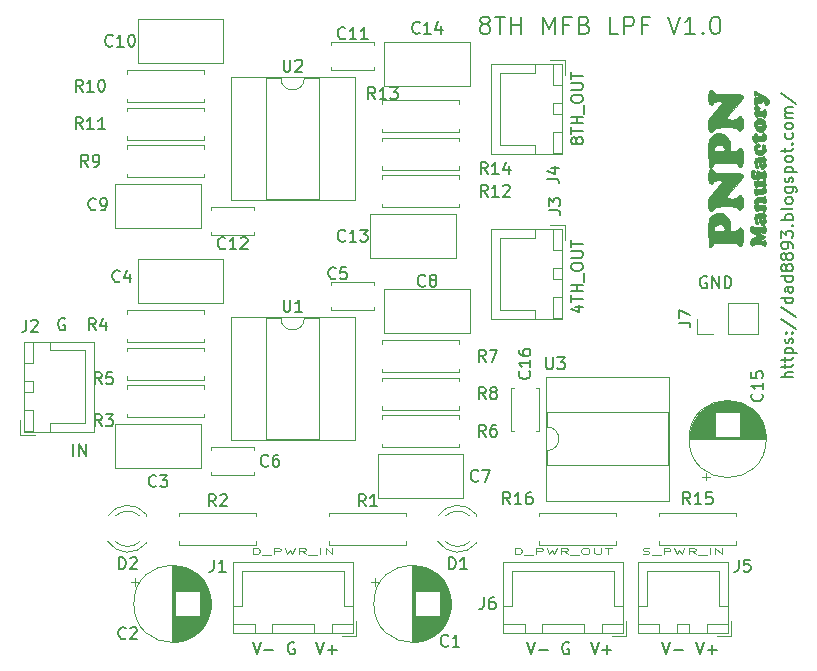
<source format=gto>
G04 #@! TF.GenerationSoftware,KiCad,Pcbnew,(5.1.6)-1*
G04 #@! TF.CreationDate,2020-09-01T14:50:53+09:00*
G04 #@! TF.ProjectId,General_8th_MFB_LPF,47656e65-7261-46c5-9f38-74685f4d4642,Ver. 1.0*
G04 #@! TF.SameCoordinates,Original*
G04 #@! TF.FileFunction,Legend,Top*
G04 #@! TF.FilePolarity,Positive*
%FSLAX46Y46*%
G04 Gerber Fmt 4.6, Leading zero omitted, Abs format (unit mm)*
G04 Created by KiCad (PCBNEW (5.1.6)-1) date 2020-09-01 14:50:53*
%MOMM*%
%LPD*%
G01*
G04 APERTURE LIST*
%ADD10C,0.150000*%
%ADD11C,0.100000*%
%ADD12C,0.010000*%
%ADD13C,0.120000*%
G04 APERTURE END LIST*
D10*
X164885714Y-90407809D02*
X165552380Y-90407809D01*
X164504761Y-90645904D02*
X165219047Y-90884000D01*
X165219047Y-90264952D01*
X164552380Y-90026857D02*
X164552380Y-89455428D01*
X165552380Y-89741142D02*
X164552380Y-89741142D01*
X165552380Y-89122095D02*
X164552380Y-89122095D01*
X165028571Y-89122095D02*
X165028571Y-88550666D01*
X165552380Y-88550666D02*
X164552380Y-88550666D01*
X165647619Y-88312571D02*
X165647619Y-87550666D01*
X164552380Y-87122095D02*
X164552380Y-86931619D01*
X164600000Y-86836380D01*
X164695238Y-86741142D01*
X164885714Y-86693523D01*
X165219047Y-86693523D01*
X165409523Y-86741142D01*
X165504761Y-86836380D01*
X165552380Y-86931619D01*
X165552380Y-87122095D01*
X165504761Y-87217333D01*
X165409523Y-87312571D01*
X165219047Y-87360190D01*
X164885714Y-87360190D01*
X164695238Y-87312571D01*
X164600000Y-87217333D01*
X164552380Y-87122095D01*
X164552380Y-86264952D02*
X165361904Y-86264952D01*
X165457142Y-86217333D01*
X165504761Y-86169714D01*
X165552380Y-86074476D01*
X165552380Y-85884000D01*
X165504761Y-85788761D01*
X165457142Y-85741142D01*
X165361904Y-85693523D01*
X164552380Y-85693523D01*
X164552380Y-85360190D02*
X164552380Y-84788761D01*
X165552380Y-85074476D02*
X164552380Y-85074476D01*
X164980952Y-76469523D02*
X164933333Y-76564761D01*
X164885714Y-76612380D01*
X164790476Y-76660000D01*
X164742857Y-76660000D01*
X164647619Y-76612380D01*
X164600000Y-76564761D01*
X164552380Y-76469523D01*
X164552380Y-76279047D01*
X164600000Y-76183809D01*
X164647619Y-76136190D01*
X164742857Y-76088571D01*
X164790476Y-76088571D01*
X164885714Y-76136190D01*
X164933333Y-76183809D01*
X164980952Y-76279047D01*
X164980952Y-76469523D01*
X165028571Y-76564761D01*
X165076190Y-76612380D01*
X165171428Y-76660000D01*
X165361904Y-76660000D01*
X165457142Y-76612380D01*
X165504761Y-76564761D01*
X165552380Y-76469523D01*
X165552380Y-76279047D01*
X165504761Y-76183809D01*
X165457142Y-76136190D01*
X165361904Y-76088571D01*
X165171428Y-76088571D01*
X165076190Y-76136190D01*
X165028571Y-76183809D01*
X164980952Y-76279047D01*
X164552380Y-75802857D02*
X164552380Y-75231428D01*
X165552380Y-75517142D02*
X164552380Y-75517142D01*
X165552380Y-74898095D02*
X164552380Y-74898095D01*
X165028571Y-74898095D02*
X165028571Y-74326666D01*
X165552380Y-74326666D02*
X164552380Y-74326666D01*
X165647619Y-74088571D02*
X165647619Y-73326666D01*
X164552380Y-72898095D02*
X164552380Y-72707619D01*
X164600000Y-72612380D01*
X164695238Y-72517142D01*
X164885714Y-72469523D01*
X165219047Y-72469523D01*
X165409523Y-72517142D01*
X165504761Y-72612380D01*
X165552380Y-72707619D01*
X165552380Y-72898095D01*
X165504761Y-72993333D01*
X165409523Y-73088571D01*
X165219047Y-73136190D01*
X164885714Y-73136190D01*
X164695238Y-73088571D01*
X164600000Y-72993333D01*
X164552380Y-72898095D01*
X164552380Y-72040952D02*
X165361904Y-72040952D01*
X165457142Y-71993333D01*
X165504761Y-71945714D01*
X165552380Y-71850476D01*
X165552380Y-71660000D01*
X165504761Y-71564761D01*
X165457142Y-71517142D01*
X165361904Y-71469523D01*
X164552380Y-71469523D01*
X164552380Y-71136190D02*
X164552380Y-70564761D01*
X165552380Y-70850476D02*
X164552380Y-70850476D01*
X176022095Y-87892000D02*
X175926857Y-87844380D01*
X175784000Y-87844380D01*
X175641142Y-87892000D01*
X175545904Y-87987238D01*
X175498285Y-88082476D01*
X175450666Y-88272952D01*
X175450666Y-88415809D01*
X175498285Y-88606285D01*
X175545904Y-88701523D01*
X175641142Y-88796761D01*
X175784000Y-88844380D01*
X175879238Y-88844380D01*
X176022095Y-88796761D01*
X176069714Y-88749142D01*
X176069714Y-88415809D01*
X175879238Y-88415809D01*
X176498285Y-88844380D02*
X176498285Y-87844380D01*
X177069714Y-88844380D01*
X177069714Y-87844380D01*
X177545904Y-88844380D02*
X177545904Y-87844380D01*
X177784000Y-87844380D01*
X177926857Y-87892000D01*
X178022095Y-87987238D01*
X178069714Y-88082476D01*
X178117333Y-88272952D01*
X178117333Y-88415809D01*
X178069714Y-88606285D01*
X178022095Y-88701523D01*
X177926857Y-88796761D01*
X177784000Y-88844380D01*
X177545904Y-88844380D01*
X121673904Y-91448000D02*
X121578666Y-91400380D01*
X121435809Y-91400380D01*
X121292952Y-91448000D01*
X121197714Y-91543238D01*
X121150095Y-91638476D01*
X121102476Y-91828952D01*
X121102476Y-91971809D01*
X121150095Y-92162285D01*
X121197714Y-92257523D01*
X121292952Y-92352761D01*
X121435809Y-92400380D01*
X121531047Y-92400380D01*
X121673904Y-92352761D01*
X121721523Y-92305142D01*
X121721523Y-91971809D01*
X121531047Y-91971809D01*
X122412190Y-103068380D02*
X122412190Y-102068380D01*
X122888380Y-103068380D02*
X122888380Y-102068380D01*
X123459809Y-103068380D01*
X123459809Y-102068380D01*
X137581142Y-118832380D02*
X137914476Y-119832380D01*
X138247809Y-118832380D01*
X138581142Y-119451428D02*
X139343047Y-119451428D01*
X141104952Y-118880000D02*
X141009714Y-118832380D01*
X140866857Y-118832380D01*
X140724000Y-118880000D01*
X140628761Y-118975238D01*
X140581142Y-119070476D01*
X140533523Y-119260952D01*
X140533523Y-119403809D01*
X140581142Y-119594285D01*
X140628761Y-119689523D01*
X140724000Y-119784761D01*
X140866857Y-119832380D01*
X140962095Y-119832380D01*
X141104952Y-119784761D01*
X141152571Y-119737142D01*
X141152571Y-119403809D01*
X140962095Y-119403809D01*
X142962095Y-118832380D02*
X143295428Y-119832380D01*
X143628761Y-118832380D01*
X143962095Y-119451428D02*
X144724000Y-119451428D01*
X144343047Y-119832380D02*
X144343047Y-119070476D01*
D11*
X137612857Y-111351190D02*
X137612857Y-110851190D01*
X137850952Y-110851190D01*
X137993809Y-110875000D01*
X138089047Y-110922619D01*
X138136666Y-110970238D01*
X138184285Y-111065476D01*
X138184285Y-111136904D01*
X138136666Y-111232142D01*
X138089047Y-111279761D01*
X137993809Y-111327380D01*
X137850952Y-111351190D01*
X137612857Y-111351190D01*
X138374761Y-111398809D02*
X139136666Y-111398809D01*
X139374761Y-111351190D02*
X139374761Y-110851190D01*
X139755714Y-110851190D01*
X139850952Y-110875000D01*
X139898571Y-110898809D01*
X139946190Y-110946428D01*
X139946190Y-111017857D01*
X139898571Y-111065476D01*
X139850952Y-111089285D01*
X139755714Y-111113095D01*
X139374761Y-111113095D01*
X140279523Y-110851190D02*
X140517619Y-111351190D01*
X140708095Y-110994047D01*
X140898571Y-111351190D01*
X141136666Y-110851190D01*
X142089047Y-111351190D02*
X141755714Y-111113095D01*
X141517619Y-111351190D02*
X141517619Y-110851190D01*
X141898571Y-110851190D01*
X141993809Y-110875000D01*
X142041428Y-110898809D01*
X142089047Y-110946428D01*
X142089047Y-111017857D01*
X142041428Y-111065476D01*
X141993809Y-111089285D01*
X141898571Y-111113095D01*
X141517619Y-111113095D01*
X142279523Y-111398809D02*
X143041428Y-111398809D01*
X143279523Y-111351190D02*
X143279523Y-110851190D01*
X143755714Y-111351190D02*
X143755714Y-110851190D01*
X144327142Y-111351190D01*
X144327142Y-110851190D01*
D10*
X160822142Y-118832380D02*
X161155476Y-119832380D01*
X161488809Y-118832380D01*
X161822142Y-119451428D02*
X162584047Y-119451428D01*
X164345952Y-118880000D02*
X164250714Y-118832380D01*
X164107857Y-118832380D01*
X163965000Y-118880000D01*
X163869761Y-118975238D01*
X163822142Y-119070476D01*
X163774523Y-119260952D01*
X163774523Y-119403809D01*
X163822142Y-119594285D01*
X163869761Y-119689523D01*
X163965000Y-119784761D01*
X164107857Y-119832380D01*
X164203095Y-119832380D01*
X164345952Y-119784761D01*
X164393571Y-119737142D01*
X164393571Y-119403809D01*
X164203095Y-119403809D01*
X166203095Y-118832380D02*
X166536428Y-119832380D01*
X166869761Y-118832380D01*
X167203095Y-119451428D02*
X167965000Y-119451428D01*
X167584047Y-119832380D02*
X167584047Y-119070476D01*
X172244047Y-118832380D02*
X172577380Y-119832380D01*
X172910714Y-118832380D01*
X173244047Y-119451428D02*
X174005952Y-119451428D01*
X175101190Y-118832380D02*
X175434523Y-119832380D01*
X175767857Y-118832380D01*
X176101190Y-119451428D02*
X176863095Y-119451428D01*
X176482142Y-119832380D02*
X176482142Y-119070476D01*
D11*
X159806190Y-111351190D02*
X159806190Y-110851190D01*
X160044285Y-110851190D01*
X160187142Y-110875000D01*
X160282380Y-110922619D01*
X160330000Y-110970238D01*
X160377619Y-111065476D01*
X160377619Y-111136904D01*
X160330000Y-111232142D01*
X160282380Y-111279761D01*
X160187142Y-111327380D01*
X160044285Y-111351190D01*
X159806190Y-111351190D01*
X160568095Y-111398809D02*
X161330000Y-111398809D01*
X161568095Y-111351190D02*
X161568095Y-110851190D01*
X161949047Y-110851190D01*
X162044285Y-110875000D01*
X162091904Y-110898809D01*
X162139523Y-110946428D01*
X162139523Y-111017857D01*
X162091904Y-111065476D01*
X162044285Y-111089285D01*
X161949047Y-111113095D01*
X161568095Y-111113095D01*
X162472857Y-110851190D02*
X162710952Y-111351190D01*
X162901428Y-110994047D01*
X163091904Y-111351190D01*
X163330000Y-110851190D01*
X164282380Y-111351190D02*
X163949047Y-111113095D01*
X163710952Y-111351190D02*
X163710952Y-110851190D01*
X164091904Y-110851190D01*
X164187142Y-110875000D01*
X164234761Y-110898809D01*
X164282380Y-110946428D01*
X164282380Y-111017857D01*
X164234761Y-111065476D01*
X164187142Y-111089285D01*
X164091904Y-111113095D01*
X163710952Y-111113095D01*
X164472857Y-111398809D02*
X165234761Y-111398809D01*
X165663333Y-110851190D02*
X165853809Y-110851190D01*
X165949047Y-110875000D01*
X166044285Y-110922619D01*
X166091904Y-111017857D01*
X166091904Y-111184523D01*
X166044285Y-111279761D01*
X165949047Y-111327380D01*
X165853809Y-111351190D01*
X165663333Y-111351190D01*
X165568095Y-111327380D01*
X165472857Y-111279761D01*
X165425238Y-111184523D01*
X165425238Y-111017857D01*
X165472857Y-110922619D01*
X165568095Y-110875000D01*
X165663333Y-110851190D01*
X166520476Y-110851190D02*
X166520476Y-111255952D01*
X166568095Y-111303571D01*
X166615714Y-111327380D01*
X166710952Y-111351190D01*
X166901428Y-111351190D01*
X166996666Y-111327380D01*
X167044285Y-111303571D01*
X167091904Y-111255952D01*
X167091904Y-110851190D01*
X167425238Y-110851190D02*
X167996666Y-110851190D01*
X167710952Y-111351190D02*
X167710952Y-110851190D01*
X170609047Y-111327380D02*
X170751904Y-111351190D01*
X170990000Y-111351190D01*
X171085238Y-111327380D01*
X171132857Y-111303571D01*
X171180476Y-111255952D01*
X171180476Y-111208333D01*
X171132857Y-111160714D01*
X171085238Y-111136904D01*
X170990000Y-111113095D01*
X170799523Y-111089285D01*
X170704285Y-111065476D01*
X170656666Y-111041666D01*
X170609047Y-110994047D01*
X170609047Y-110946428D01*
X170656666Y-110898809D01*
X170704285Y-110875000D01*
X170799523Y-110851190D01*
X171037619Y-110851190D01*
X171180476Y-110875000D01*
X171370952Y-111398809D02*
X172132857Y-111398809D01*
X172370952Y-111351190D02*
X172370952Y-110851190D01*
X172751904Y-110851190D01*
X172847142Y-110875000D01*
X172894761Y-110898809D01*
X172942380Y-110946428D01*
X172942380Y-111017857D01*
X172894761Y-111065476D01*
X172847142Y-111089285D01*
X172751904Y-111113095D01*
X172370952Y-111113095D01*
X173275714Y-110851190D02*
X173513809Y-111351190D01*
X173704285Y-110994047D01*
X173894761Y-111351190D01*
X174132857Y-110851190D01*
X175085238Y-111351190D02*
X174751904Y-111113095D01*
X174513809Y-111351190D02*
X174513809Y-110851190D01*
X174894761Y-110851190D01*
X174990000Y-110875000D01*
X175037619Y-110898809D01*
X175085238Y-110946428D01*
X175085238Y-111017857D01*
X175037619Y-111065476D01*
X174990000Y-111089285D01*
X174894761Y-111113095D01*
X174513809Y-111113095D01*
X175275714Y-111398809D02*
X176037619Y-111398809D01*
X176275714Y-111351190D02*
X176275714Y-110851190D01*
X176751904Y-111351190D02*
X176751904Y-110851190D01*
X177323333Y-111351190D01*
X177323333Y-110851190D01*
D10*
X183332380Y-96407380D02*
X182332380Y-96407380D01*
X183332380Y-95978809D02*
X182808571Y-95978809D01*
X182713333Y-96026428D01*
X182665714Y-96121666D01*
X182665714Y-96264523D01*
X182713333Y-96359761D01*
X182760952Y-96407380D01*
X182665714Y-95645476D02*
X182665714Y-95264523D01*
X182332380Y-95502619D02*
X183189523Y-95502619D01*
X183284761Y-95455000D01*
X183332380Y-95359761D01*
X183332380Y-95264523D01*
X182665714Y-95074047D02*
X182665714Y-94693095D01*
X182332380Y-94931190D02*
X183189523Y-94931190D01*
X183284761Y-94883571D01*
X183332380Y-94788333D01*
X183332380Y-94693095D01*
X182665714Y-94359761D02*
X183665714Y-94359761D01*
X182713333Y-94359761D02*
X182665714Y-94264523D01*
X182665714Y-94074047D01*
X182713333Y-93978809D01*
X182760952Y-93931190D01*
X182856190Y-93883571D01*
X183141904Y-93883571D01*
X183237142Y-93931190D01*
X183284761Y-93978809D01*
X183332380Y-94074047D01*
X183332380Y-94264523D01*
X183284761Y-94359761D01*
X183284761Y-93502619D02*
X183332380Y-93407380D01*
X183332380Y-93216904D01*
X183284761Y-93121666D01*
X183189523Y-93074047D01*
X183141904Y-93074047D01*
X183046666Y-93121666D01*
X182999047Y-93216904D01*
X182999047Y-93359761D01*
X182951428Y-93455000D01*
X182856190Y-93502619D01*
X182808571Y-93502619D01*
X182713333Y-93455000D01*
X182665714Y-93359761D01*
X182665714Y-93216904D01*
X182713333Y-93121666D01*
X183237142Y-92645476D02*
X183284761Y-92597857D01*
X183332380Y-92645476D01*
X183284761Y-92693095D01*
X183237142Y-92645476D01*
X183332380Y-92645476D01*
X182713333Y-92645476D02*
X182760952Y-92597857D01*
X182808571Y-92645476D01*
X182760952Y-92693095D01*
X182713333Y-92645476D01*
X182808571Y-92645476D01*
X182284761Y-91455000D02*
X183570476Y-92312142D01*
X182284761Y-90407380D02*
X183570476Y-91264523D01*
X183332380Y-89645476D02*
X182332380Y-89645476D01*
X183284761Y-89645476D02*
X183332380Y-89740714D01*
X183332380Y-89931190D01*
X183284761Y-90026428D01*
X183237142Y-90074047D01*
X183141904Y-90121666D01*
X182856190Y-90121666D01*
X182760952Y-90074047D01*
X182713333Y-90026428D01*
X182665714Y-89931190D01*
X182665714Y-89740714D01*
X182713333Y-89645476D01*
X183332380Y-88740714D02*
X182808571Y-88740714D01*
X182713333Y-88788333D01*
X182665714Y-88883571D01*
X182665714Y-89074047D01*
X182713333Y-89169285D01*
X183284761Y-88740714D02*
X183332380Y-88835952D01*
X183332380Y-89074047D01*
X183284761Y-89169285D01*
X183189523Y-89216904D01*
X183094285Y-89216904D01*
X182999047Y-89169285D01*
X182951428Y-89074047D01*
X182951428Y-88835952D01*
X182903809Y-88740714D01*
X183332380Y-87835952D02*
X182332380Y-87835952D01*
X183284761Y-87835952D02*
X183332380Y-87931190D01*
X183332380Y-88121666D01*
X183284761Y-88216904D01*
X183237142Y-88264523D01*
X183141904Y-88312142D01*
X182856190Y-88312142D01*
X182760952Y-88264523D01*
X182713333Y-88216904D01*
X182665714Y-88121666D01*
X182665714Y-87931190D01*
X182713333Y-87835952D01*
X182760952Y-87216904D02*
X182713333Y-87312142D01*
X182665714Y-87359761D01*
X182570476Y-87407380D01*
X182522857Y-87407380D01*
X182427619Y-87359761D01*
X182380000Y-87312142D01*
X182332380Y-87216904D01*
X182332380Y-87026428D01*
X182380000Y-86931190D01*
X182427619Y-86883571D01*
X182522857Y-86835952D01*
X182570476Y-86835952D01*
X182665714Y-86883571D01*
X182713333Y-86931190D01*
X182760952Y-87026428D01*
X182760952Y-87216904D01*
X182808571Y-87312142D01*
X182856190Y-87359761D01*
X182951428Y-87407380D01*
X183141904Y-87407380D01*
X183237142Y-87359761D01*
X183284761Y-87312142D01*
X183332380Y-87216904D01*
X183332380Y-87026428D01*
X183284761Y-86931190D01*
X183237142Y-86883571D01*
X183141904Y-86835952D01*
X182951428Y-86835952D01*
X182856190Y-86883571D01*
X182808571Y-86931190D01*
X182760952Y-87026428D01*
X182760952Y-86264523D02*
X182713333Y-86359761D01*
X182665714Y-86407380D01*
X182570476Y-86455000D01*
X182522857Y-86455000D01*
X182427619Y-86407380D01*
X182380000Y-86359761D01*
X182332380Y-86264523D01*
X182332380Y-86074047D01*
X182380000Y-85978809D01*
X182427619Y-85931190D01*
X182522857Y-85883571D01*
X182570476Y-85883571D01*
X182665714Y-85931190D01*
X182713333Y-85978809D01*
X182760952Y-86074047D01*
X182760952Y-86264523D01*
X182808571Y-86359761D01*
X182856190Y-86407380D01*
X182951428Y-86455000D01*
X183141904Y-86455000D01*
X183237142Y-86407380D01*
X183284761Y-86359761D01*
X183332380Y-86264523D01*
X183332380Y-86074047D01*
X183284761Y-85978809D01*
X183237142Y-85931190D01*
X183141904Y-85883571D01*
X182951428Y-85883571D01*
X182856190Y-85931190D01*
X182808571Y-85978809D01*
X182760952Y-86074047D01*
X183332380Y-85407380D02*
X183332380Y-85216904D01*
X183284761Y-85121666D01*
X183237142Y-85074047D01*
X183094285Y-84978809D01*
X182903809Y-84931190D01*
X182522857Y-84931190D01*
X182427619Y-84978809D01*
X182380000Y-85026428D01*
X182332380Y-85121666D01*
X182332380Y-85312142D01*
X182380000Y-85407380D01*
X182427619Y-85455000D01*
X182522857Y-85502619D01*
X182760952Y-85502619D01*
X182856190Y-85455000D01*
X182903809Y-85407380D01*
X182951428Y-85312142D01*
X182951428Y-85121666D01*
X182903809Y-85026428D01*
X182856190Y-84978809D01*
X182760952Y-84931190D01*
X182332380Y-84597857D02*
X182332380Y-83978809D01*
X182713333Y-84312142D01*
X182713333Y-84169285D01*
X182760952Y-84074047D01*
X182808571Y-84026428D01*
X182903809Y-83978809D01*
X183141904Y-83978809D01*
X183237142Y-84026428D01*
X183284761Y-84074047D01*
X183332380Y-84169285D01*
X183332380Y-84455000D01*
X183284761Y-84550238D01*
X183237142Y-84597857D01*
X183237142Y-83550238D02*
X183284761Y-83502619D01*
X183332380Y-83550238D01*
X183284761Y-83597857D01*
X183237142Y-83550238D01*
X183332380Y-83550238D01*
X183332380Y-83074047D02*
X182332380Y-83074047D01*
X182713333Y-83074047D02*
X182665714Y-82978809D01*
X182665714Y-82788333D01*
X182713333Y-82693095D01*
X182760952Y-82645476D01*
X182856190Y-82597857D01*
X183141904Y-82597857D01*
X183237142Y-82645476D01*
X183284761Y-82693095D01*
X183332380Y-82788333D01*
X183332380Y-82978809D01*
X183284761Y-83074047D01*
X183332380Y-82026428D02*
X183284761Y-82121666D01*
X183189523Y-82169285D01*
X182332380Y-82169285D01*
X183332380Y-81502619D02*
X183284761Y-81597857D01*
X183237142Y-81645476D01*
X183141904Y-81693095D01*
X182856190Y-81693095D01*
X182760952Y-81645476D01*
X182713333Y-81597857D01*
X182665714Y-81502619D01*
X182665714Y-81359761D01*
X182713333Y-81264523D01*
X182760952Y-81216904D01*
X182856190Y-81169285D01*
X183141904Y-81169285D01*
X183237142Y-81216904D01*
X183284761Y-81264523D01*
X183332380Y-81359761D01*
X183332380Y-81502619D01*
X182665714Y-80312142D02*
X183475238Y-80312142D01*
X183570476Y-80359761D01*
X183618095Y-80407380D01*
X183665714Y-80502619D01*
X183665714Y-80645476D01*
X183618095Y-80740714D01*
X183284761Y-80312142D02*
X183332380Y-80407380D01*
X183332380Y-80597857D01*
X183284761Y-80693095D01*
X183237142Y-80740714D01*
X183141904Y-80788333D01*
X182856190Y-80788333D01*
X182760952Y-80740714D01*
X182713333Y-80693095D01*
X182665714Y-80597857D01*
X182665714Y-80407380D01*
X182713333Y-80312142D01*
X183284761Y-79883571D02*
X183332380Y-79788333D01*
X183332380Y-79597857D01*
X183284761Y-79502619D01*
X183189523Y-79455000D01*
X183141904Y-79455000D01*
X183046666Y-79502619D01*
X182999047Y-79597857D01*
X182999047Y-79740714D01*
X182951428Y-79835952D01*
X182856190Y-79883571D01*
X182808571Y-79883571D01*
X182713333Y-79835952D01*
X182665714Y-79740714D01*
X182665714Y-79597857D01*
X182713333Y-79502619D01*
X182665714Y-79026428D02*
X183665714Y-79026428D01*
X182713333Y-79026428D02*
X182665714Y-78931190D01*
X182665714Y-78740714D01*
X182713333Y-78645476D01*
X182760952Y-78597857D01*
X182856190Y-78550238D01*
X183141904Y-78550238D01*
X183237142Y-78597857D01*
X183284761Y-78645476D01*
X183332380Y-78740714D01*
X183332380Y-78931190D01*
X183284761Y-79026428D01*
X183332380Y-77978809D02*
X183284761Y-78074047D01*
X183237142Y-78121666D01*
X183141904Y-78169285D01*
X182856190Y-78169285D01*
X182760952Y-78121666D01*
X182713333Y-78074047D01*
X182665714Y-77978809D01*
X182665714Y-77835952D01*
X182713333Y-77740714D01*
X182760952Y-77693095D01*
X182856190Y-77645476D01*
X183141904Y-77645476D01*
X183237142Y-77693095D01*
X183284761Y-77740714D01*
X183332380Y-77835952D01*
X183332380Y-77978809D01*
X182665714Y-77359761D02*
X182665714Y-76978809D01*
X182332380Y-77216904D02*
X183189523Y-77216904D01*
X183284761Y-77169285D01*
X183332380Y-77074047D01*
X183332380Y-76978809D01*
X183237142Y-76645476D02*
X183284761Y-76597857D01*
X183332380Y-76645476D01*
X183284761Y-76693095D01*
X183237142Y-76645476D01*
X183332380Y-76645476D01*
X183284761Y-75740714D02*
X183332380Y-75835952D01*
X183332380Y-76026428D01*
X183284761Y-76121666D01*
X183237142Y-76169285D01*
X183141904Y-76216904D01*
X182856190Y-76216904D01*
X182760952Y-76169285D01*
X182713333Y-76121666D01*
X182665714Y-76026428D01*
X182665714Y-75835952D01*
X182713333Y-75740714D01*
X183332380Y-75169285D02*
X183284761Y-75264523D01*
X183237142Y-75312142D01*
X183141904Y-75359761D01*
X182856190Y-75359761D01*
X182760952Y-75312142D01*
X182713333Y-75264523D01*
X182665714Y-75169285D01*
X182665714Y-75026428D01*
X182713333Y-74931190D01*
X182760952Y-74883571D01*
X182856190Y-74835952D01*
X183141904Y-74835952D01*
X183237142Y-74883571D01*
X183284761Y-74931190D01*
X183332380Y-75026428D01*
X183332380Y-75169285D01*
X183332380Y-74407380D02*
X182665714Y-74407380D01*
X182760952Y-74407380D02*
X182713333Y-74359761D01*
X182665714Y-74264523D01*
X182665714Y-74121666D01*
X182713333Y-74026428D01*
X182808571Y-73978809D01*
X183332380Y-73978809D01*
X182808571Y-73978809D02*
X182713333Y-73931190D01*
X182665714Y-73835952D01*
X182665714Y-73693095D01*
X182713333Y-73597857D01*
X182808571Y-73550238D01*
X183332380Y-73550238D01*
X182284761Y-72359761D02*
X183570476Y-73216904D01*
X157112142Y-66496428D02*
X156969285Y-66425000D01*
X156897857Y-66353571D01*
X156826428Y-66210714D01*
X156826428Y-66139285D01*
X156897857Y-65996428D01*
X156969285Y-65925000D01*
X157112142Y-65853571D01*
X157397857Y-65853571D01*
X157540714Y-65925000D01*
X157612142Y-65996428D01*
X157683571Y-66139285D01*
X157683571Y-66210714D01*
X157612142Y-66353571D01*
X157540714Y-66425000D01*
X157397857Y-66496428D01*
X157112142Y-66496428D01*
X156969285Y-66567857D01*
X156897857Y-66639285D01*
X156826428Y-66782142D01*
X156826428Y-67067857D01*
X156897857Y-67210714D01*
X156969285Y-67282142D01*
X157112142Y-67353571D01*
X157397857Y-67353571D01*
X157540714Y-67282142D01*
X157612142Y-67210714D01*
X157683571Y-67067857D01*
X157683571Y-66782142D01*
X157612142Y-66639285D01*
X157540714Y-66567857D01*
X157397857Y-66496428D01*
X158112142Y-65853571D02*
X158969285Y-65853571D01*
X158540714Y-67353571D02*
X158540714Y-65853571D01*
X159469285Y-67353571D02*
X159469285Y-65853571D01*
X159469285Y-66567857D02*
X160326428Y-66567857D01*
X160326428Y-67353571D02*
X160326428Y-65853571D01*
X162183571Y-67353571D02*
X162183571Y-65853571D01*
X162683571Y-66925000D01*
X163183571Y-65853571D01*
X163183571Y-67353571D01*
X164397857Y-66567857D02*
X163897857Y-66567857D01*
X163897857Y-67353571D02*
X163897857Y-65853571D01*
X164612142Y-65853571D01*
X165683571Y-66567857D02*
X165897857Y-66639285D01*
X165969285Y-66710714D01*
X166040714Y-66853571D01*
X166040714Y-67067857D01*
X165969285Y-67210714D01*
X165897857Y-67282142D01*
X165754999Y-67353571D01*
X165183571Y-67353571D01*
X165183571Y-65853571D01*
X165683571Y-65853571D01*
X165826428Y-65925000D01*
X165897857Y-65996428D01*
X165969285Y-66139285D01*
X165969285Y-66282142D01*
X165897857Y-66425000D01*
X165826428Y-66496428D01*
X165683571Y-66567857D01*
X165183571Y-66567857D01*
X168540714Y-67353571D02*
X167826428Y-67353571D01*
X167826428Y-65853571D01*
X169040714Y-67353571D02*
X169040714Y-65853571D01*
X169612142Y-65853571D01*
X169754999Y-65925000D01*
X169826428Y-65996428D01*
X169897857Y-66139285D01*
X169897857Y-66353571D01*
X169826428Y-66496428D01*
X169754999Y-66567857D01*
X169612142Y-66639285D01*
X169040714Y-66639285D01*
X171040714Y-66567857D02*
X170540714Y-66567857D01*
X170540714Y-67353571D02*
X170540714Y-65853571D01*
X171254999Y-65853571D01*
X172754999Y-65853571D02*
X173254999Y-67353571D01*
X173754999Y-65853571D01*
X175040714Y-67353571D02*
X174183571Y-67353571D01*
X174612142Y-67353571D02*
X174612142Y-65853571D01*
X174469285Y-66067857D01*
X174326428Y-66210714D01*
X174183571Y-66282142D01*
X175683571Y-67210714D02*
X175754999Y-67282142D01*
X175683571Y-67353571D01*
X175612142Y-67282142D01*
X175683571Y-67210714D01*
X175683571Y-67353571D01*
X176683571Y-65853571D02*
X176826428Y-65853571D01*
X176969285Y-65925000D01*
X177040714Y-65996428D01*
X177112142Y-66139285D01*
X177183571Y-66425000D01*
X177183571Y-66782142D01*
X177112142Y-67067857D01*
X177040714Y-67210714D01*
X176969285Y-67282142D01*
X176826428Y-67353571D01*
X176683571Y-67353571D01*
X176540714Y-67282142D01*
X176469285Y-67210714D01*
X176397857Y-67067857D01*
X176326428Y-66782142D01*
X176326428Y-66425000D01*
X176397857Y-66139285D01*
X176469285Y-65996428D01*
X176540714Y-65925000D01*
X176683571Y-65853571D01*
D12*
G04 #@! TO.C,G\u002A\u002A\u002A*
G36*
X180062306Y-72184001D02*
G01*
X180114400Y-72133623D01*
X180194210Y-72161763D01*
X180252690Y-72217035D01*
X180364915Y-72306591D01*
X180537738Y-72398991D01*
X180676076Y-72456097D01*
X180938724Y-72576897D01*
X181132910Y-72716815D01*
X181254461Y-72870773D01*
X181299205Y-73033692D01*
X181271511Y-73180982D01*
X181204362Y-73275853D01*
X181147691Y-73319536D01*
X181070081Y-73341043D01*
X180997358Y-73300375D01*
X180975970Y-73279970D01*
X180904110Y-73189622D01*
X180906677Y-73120298D01*
X180985601Y-73049294D01*
X180996167Y-73042274D01*
X181080099Y-72971722D01*
X181097194Y-72919928D01*
X181044242Y-72898114D01*
X181037443Y-72898000D01*
X180960548Y-72918177D01*
X180833913Y-72971046D01*
X180680022Y-73045114D01*
X180521356Y-73128890D01*
X180380399Y-73210879D01*
X180279635Y-73279589D01*
X180262505Y-73294126D01*
X180191937Y-73353656D01*
X180150568Y-73356910D01*
X180105932Y-73305634D01*
X180103755Y-73302659D01*
X180068484Y-73208970D01*
X180048750Y-73068089D01*
X180045958Y-72915636D01*
X180061511Y-72787233D01*
X180081363Y-72734720D01*
X180148596Y-72697473D01*
X180199352Y-72703168D01*
X180287279Y-72703459D01*
X180367168Y-72664610D01*
X180411156Y-72605741D01*
X180405119Y-72561953D01*
X180336180Y-72528427D01*
X180234230Y-72535361D01*
X180128618Y-72539412D01*
X180069493Y-72493092D01*
X180045758Y-72383297D01*
X180043667Y-72310337D01*
X180062306Y-72184001D01*
G37*
X180062306Y-72184001D02*
X180114400Y-72133623D01*
X180194210Y-72161763D01*
X180252690Y-72217035D01*
X180364915Y-72306591D01*
X180537738Y-72398991D01*
X180676076Y-72456097D01*
X180938724Y-72576897D01*
X181132910Y-72716815D01*
X181254461Y-72870773D01*
X181299205Y-73033692D01*
X181271511Y-73180982D01*
X181204362Y-73275853D01*
X181147691Y-73319536D01*
X181070081Y-73341043D01*
X180997358Y-73300375D01*
X180975970Y-73279970D01*
X180904110Y-73189622D01*
X180906677Y-73120298D01*
X180985601Y-73049294D01*
X180996167Y-73042274D01*
X181080099Y-72971722D01*
X181097194Y-72919928D01*
X181044242Y-72898114D01*
X181037443Y-72898000D01*
X180960548Y-72918177D01*
X180833913Y-72971046D01*
X180680022Y-73045114D01*
X180521356Y-73128890D01*
X180380399Y-73210879D01*
X180279635Y-73279589D01*
X180262505Y-73294126D01*
X180191937Y-73353656D01*
X180150568Y-73356910D01*
X180105932Y-73305634D01*
X180103755Y-73302659D01*
X180068484Y-73208970D01*
X180048750Y-73068089D01*
X180045958Y-72915636D01*
X180061511Y-72787233D01*
X180081363Y-72734720D01*
X180148596Y-72697473D01*
X180199352Y-72703168D01*
X180287279Y-72703459D01*
X180367168Y-72664610D01*
X180411156Y-72605741D01*
X180405119Y-72561953D01*
X180336180Y-72528427D01*
X180234230Y-72535361D01*
X180128618Y-72539412D01*
X180069493Y-72493092D01*
X180045758Y-72383297D01*
X180043667Y-72310337D01*
X180062306Y-72184001D01*
G36*
X179711472Y-83738126D02*
G01*
X179727379Y-83642965D01*
X179730696Y-83632962D01*
X179789973Y-83575619D01*
X179879644Y-83574818D01*
X179952682Y-83618916D01*
X180028082Y-83649562D01*
X180162330Y-83666529D01*
X180330861Y-83670664D01*
X180509110Y-83662811D01*
X180672512Y-83643816D01*
X180796503Y-83614525D01*
X180846927Y-83588138D01*
X180908754Y-83541324D01*
X180946106Y-83558663D01*
X180971631Y-83602038D01*
X181000996Y-83700943D01*
X181014984Y-83838847D01*
X181013967Y-83985930D01*
X180998315Y-84112373D01*
X180968397Y-84188356D01*
X180964296Y-84192316D01*
X180893592Y-84209872D01*
X180829205Y-84176333D01*
X180743692Y-84137217D01*
X180639303Y-84118117D01*
X180543478Y-84119584D01*
X180483660Y-84142172D01*
X180477339Y-84169250D01*
X180522276Y-84214229D01*
X180621813Y-84278306D01*
X180734867Y-84337854D01*
X180859736Y-84404391D01*
X180946572Y-84462855D01*
X180975000Y-84496999D01*
X180939724Y-84535617D01*
X180846742Y-84596946D01*
X180715327Y-84668439D01*
X180699833Y-84676148D01*
X180565642Y-84746570D01*
X180467684Y-84806079D01*
X180425140Y-84842898D01*
X180424667Y-84845086D01*
X180460776Y-84872316D01*
X180549035Y-84881709D01*
X180659339Y-84875495D01*
X180761585Y-84855908D01*
X180825667Y-84825179D01*
X180832691Y-84814833D01*
X180886664Y-84757534D01*
X180954262Y-84767810D01*
X180991637Y-84818296D01*
X181015759Y-84931111D01*
X181017283Y-85059548D01*
X180998893Y-85172505D01*
X180963274Y-85238881D01*
X180954921Y-85243607D01*
X180878490Y-85235888D01*
X180824897Y-85199945D01*
X180742674Y-85162156D01*
X180601946Y-85138000D01*
X180427761Y-85127429D01*
X180245169Y-85130395D01*
X180079217Y-85146851D01*
X179954955Y-85176750D01*
X179910211Y-85201676D01*
X179824093Y-85247159D01*
X179759114Y-85216221D01*
X179720454Y-85115588D01*
X179713294Y-84951988D01*
X179713607Y-84946394D01*
X179723172Y-84831985D01*
X179746496Y-84756008D01*
X179800346Y-84695188D01*
X179901487Y-84626251D01*
X179977601Y-84579912D01*
X180105424Y-84498062D01*
X180200711Y-84428307D01*
X180243210Y-84385497D01*
X180243388Y-84385001D01*
X180217220Y-84343786D01*
X180134498Y-84288738D01*
X180081428Y-84262438D01*
X179897040Y-84169098D01*
X179781722Y-84081094D01*
X179722151Y-83984277D01*
X179705002Y-83864499D01*
X179705000Y-83862723D01*
X179711472Y-83738126D01*
G37*
X179711472Y-83738126D02*
X179727379Y-83642965D01*
X179730696Y-83632962D01*
X179789973Y-83575619D01*
X179879644Y-83574818D01*
X179952682Y-83618916D01*
X180028082Y-83649562D01*
X180162330Y-83666529D01*
X180330861Y-83670664D01*
X180509110Y-83662811D01*
X180672512Y-83643816D01*
X180796503Y-83614525D01*
X180846927Y-83588138D01*
X180908754Y-83541324D01*
X180946106Y-83558663D01*
X180971631Y-83602038D01*
X181000996Y-83700943D01*
X181014984Y-83838847D01*
X181013967Y-83985930D01*
X180998315Y-84112373D01*
X180968397Y-84188356D01*
X180964296Y-84192316D01*
X180893592Y-84209872D01*
X180829205Y-84176333D01*
X180743692Y-84137217D01*
X180639303Y-84118117D01*
X180543478Y-84119584D01*
X180483660Y-84142172D01*
X180477339Y-84169250D01*
X180522276Y-84214229D01*
X180621813Y-84278306D01*
X180734867Y-84337854D01*
X180859736Y-84404391D01*
X180946572Y-84462855D01*
X180975000Y-84496999D01*
X180939724Y-84535617D01*
X180846742Y-84596946D01*
X180715327Y-84668439D01*
X180699833Y-84676148D01*
X180565642Y-84746570D01*
X180467684Y-84806079D01*
X180425140Y-84842898D01*
X180424667Y-84845086D01*
X180460776Y-84872316D01*
X180549035Y-84881709D01*
X180659339Y-84875495D01*
X180761585Y-84855908D01*
X180825667Y-84825179D01*
X180832691Y-84814833D01*
X180886664Y-84757534D01*
X180954262Y-84767810D01*
X180991637Y-84818296D01*
X181015759Y-84931111D01*
X181017283Y-85059548D01*
X180998893Y-85172505D01*
X180963274Y-85238881D01*
X180954921Y-85243607D01*
X180878490Y-85235888D01*
X180824897Y-85199945D01*
X180742674Y-85162156D01*
X180601946Y-85138000D01*
X180427761Y-85127429D01*
X180245169Y-85130395D01*
X180079217Y-85146851D01*
X179954955Y-85176750D01*
X179910211Y-85201676D01*
X179824093Y-85247159D01*
X179759114Y-85216221D01*
X179720454Y-85115588D01*
X179713294Y-84951988D01*
X179713607Y-84946394D01*
X179723172Y-84831985D01*
X179746496Y-84756008D01*
X179800346Y-84695188D01*
X179901487Y-84626251D01*
X179977601Y-84579912D01*
X180105424Y-84498062D01*
X180200711Y-84428307D01*
X180243210Y-84385497D01*
X180243388Y-84385001D01*
X180217220Y-84343786D01*
X180134498Y-84288738D01*
X180081428Y-84262438D01*
X179897040Y-84169098D01*
X179781722Y-84081094D01*
X179722151Y-83984277D01*
X179705002Y-83864499D01*
X179705000Y-83862723D01*
X179711472Y-83738126D01*
G36*
X180082260Y-82727801D02*
G01*
X180141783Y-82604106D01*
X180255010Y-82534694D01*
X180433281Y-82508670D01*
X180490753Y-82507666D01*
X180639702Y-82499337D01*
X180725955Y-82470573D01*
X180761109Y-82433583D01*
X180795625Y-82391426D01*
X180835569Y-82401219D01*
X180903747Y-82469746D01*
X180911379Y-82478277D01*
X180994596Y-82610487D01*
X181014019Y-82737440D01*
X180967681Y-82836718D01*
X180939218Y-82896992D01*
X180964613Y-82988522D01*
X180967681Y-82995343D01*
X181014372Y-83175037D01*
X180979855Y-83330861D01*
X180913424Y-83419757D01*
X180820837Y-83499592D01*
X180747023Y-83514824D01*
X180718873Y-83498964D01*
X180718873Y-83091470D01*
X180787141Y-83048292D01*
X180805667Y-82995828D01*
X180769008Y-82943381D01*
X180699833Y-82931000D01*
X180618263Y-82956904D01*
X180591972Y-83015228D01*
X180632925Y-83076890D01*
X180638360Y-83080419D01*
X180718873Y-83091470D01*
X180718873Y-83498964D01*
X180660736Y-83466208D01*
X180613363Y-83427020D01*
X180527995Y-83321156D01*
X180484142Y-83173171D01*
X180478496Y-83130686D01*
X180459619Y-83008752D01*
X180430169Y-82949662D01*
X180376612Y-82931649D01*
X180354332Y-82931000D01*
X180257731Y-82956052D01*
X180227968Y-83023386D01*
X180266682Y-83121269D01*
X180318833Y-83185000D01*
X180394761Y-83291820D01*
X180408630Y-83377595D01*
X180362351Y-83427217D01*
X180287669Y-83431386D01*
X180189195Y-83376639D01*
X180116235Y-83251456D01*
X180073860Y-83067561D01*
X180065101Y-82916676D01*
X180082260Y-82727801D01*
G37*
X180082260Y-82727801D02*
X180141783Y-82604106D01*
X180255010Y-82534694D01*
X180433281Y-82508670D01*
X180490753Y-82507666D01*
X180639702Y-82499337D01*
X180725955Y-82470573D01*
X180761109Y-82433583D01*
X180795625Y-82391426D01*
X180835569Y-82401219D01*
X180903747Y-82469746D01*
X180911379Y-82478277D01*
X180994596Y-82610487D01*
X181014019Y-82737440D01*
X180967681Y-82836718D01*
X180939218Y-82896992D01*
X180964613Y-82988522D01*
X180967681Y-82995343D01*
X181014372Y-83175037D01*
X180979855Y-83330861D01*
X180913424Y-83419757D01*
X180820837Y-83499592D01*
X180747023Y-83514824D01*
X180718873Y-83498964D01*
X180718873Y-83091470D01*
X180787141Y-83048292D01*
X180805667Y-82995828D01*
X180769008Y-82943381D01*
X180699833Y-82931000D01*
X180618263Y-82956904D01*
X180591972Y-83015228D01*
X180632925Y-83076890D01*
X180638360Y-83080419D01*
X180718873Y-83091470D01*
X180718873Y-83498964D01*
X180660736Y-83466208D01*
X180613363Y-83427020D01*
X180527995Y-83321156D01*
X180484142Y-83173171D01*
X180478496Y-83130686D01*
X180459619Y-83008752D01*
X180430169Y-82949662D01*
X180376612Y-82931649D01*
X180354332Y-82931000D01*
X180257731Y-82956052D01*
X180227968Y-83023386D01*
X180266682Y-83121269D01*
X180318833Y-83185000D01*
X180394761Y-83291820D01*
X180408630Y-83377595D01*
X180362351Y-83427217D01*
X180287669Y-83431386D01*
X180189195Y-83376639D01*
X180116235Y-83251456D01*
X180073860Y-83067561D01*
X180065101Y-82916676D01*
X180082260Y-82727801D01*
G36*
X180081050Y-81321970D02*
G01*
X180186426Y-81217292D01*
X180349635Y-81160771D01*
X180452902Y-81153000D01*
X180609612Y-81138155D01*
X180759994Y-81101483D01*
X180785587Y-81091774D01*
X180884135Y-81055533D01*
X180936218Y-81058829D01*
X180971705Y-81104566D01*
X180974727Y-81110157D01*
X181003257Y-81210887D01*
X181015159Y-81350741D01*
X181010057Y-81492040D01*
X180987577Y-81597102D01*
X180979735Y-81612454D01*
X180931441Y-81647776D01*
X180856167Y-81623037D01*
X180744008Y-81588488D01*
X180602812Y-81577027D01*
X180465337Y-81587704D01*
X180364341Y-81619568D01*
X180341539Y-81637979D01*
X180305771Y-81711995D01*
X180345166Y-81759765D01*
X180461908Y-81782379D01*
X180630462Y-81782333D01*
X180782363Y-81780447D01*
X180903521Y-81788106D01*
X180964417Y-81802416D01*
X180996104Y-81863010D01*
X181013086Y-81975358D01*
X181014640Y-82107713D01*
X181000044Y-82228326D01*
X180975643Y-82296000D01*
X180930876Y-82336697D01*
X180865376Y-82315896D01*
X180849866Y-82306583D01*
X180743463Y-82269360D01*
X180602115Y-82254291D01*
X180457779Y-82260735D01*
X180342406Y-82288047D01*
X180297233Y-82317689D01*
X180231989Y-82355397D01*
X180169928Y-82310628D01*
X180113187Y-82185565D01*
X180090703Y-82106640D01*
X180056555Y-81959974D01*
X180048560Y-81876857D01*
X180069131Y-81839569D01*
X180120682Y-81830388D01*
X180128333Y-81830333D01*
X180197164Y-81815329D01*
X180213000Y-81794561D01*
X180184693Y-81742306D01*
X180128333Y-81682166D01*
X180059646Y-81569356D01*
X180043667Y-81467011D01*
X180081050Y-81321970D01*
G37*
X180081050Y-81321970D02*
X180186426Y-81217292D01*
X180349635Y-81160771D01*
X180452902Y-81153000D01*
X180609612Y-81138155D01*
X180759994Y-81101483D01*
X180785587Y-81091774D01*
X180884135Y-81055533D01*
X180936218Y-81058829D01*
X180971705Y-81104566D01*
X180974727Y-81110157D01*
X181003257Y-81210887D01*
X181015159Y-81350741D01*
X181010057Y-81492040D01*
X180987577Y-81597102D01*
X180979735Y-81612454D01*
X180931441Y-81647776D01*
X180856167Y-81623037D01*
X180744008Y-81588488D01*
X180602812Y-81577027D01*
X180465337Y-81587704D01*
X180364341Y-81619568D01*
X180341539Y-81637979D01*
X180305771Y-81711995D01*
X180345166Y-81759765D01*
X180461908Y-81782379D01*
X180630462Y-81782333D01*
X180782363Y-81780447D01*
X180903521Y-81788106D01*
X180964417Y-81802416D01*
X180996104Y-81863010D01*
X181013086Y-81975358D01*
X181014640Y-82107713D01*
X181000044Y-82228326D01*
X180975643Y-82296000D01*
X180930876Y-82336697D01*
X180865376Y-82315896D01*
X180849866Y-82306583D01*
X180743463Y-82269360D01*
X180602115Y-82254291D01*
X180457779Y-82260735D01*
X180342406Y-82288047D01*
X180297233Y-82317689D01*
X180231989Y-82355397D01*
X180169928Y-82310628D01*
X180113187Y-82185565D01*
X180090703Y-82106640D01*
X180056555Y-81959974D01*
X180048560Y-81876857D01*
X180069131Y-81839569D01*
X180120682Y-81830388D01*
X180128333Y-81830333D01*
X180197164Y-81815329D01*
X180213000Y-81794561D01*
X180184693Y-81742306D01*
X180128333Y-81682166D01*
X180059646Y-81569356D01*
X180043667Y-81467011D01*
X180081050Y-81321970D01*
G36*
X179760609Y-79066551D02*
G01*
X179805284Y-78927995D01*
X179884150Y-78846770D01*
X179972259Y-78832656D01*
X180052129Y-78878199D01*
X180078114Y-78971240D01*
X180047171Y-79091576D01*
X180018823Y-79141837D01*
X179973691Y-79241968D01*
X179989835Y-79295768D01*
X180039116Y-79296476D01*
X180102978Y-79239580D01*
X180165262Y-79146370D01*
X180209810Y-79038130D01*
X180219325Y-78993445D01*
X180258419Y-78907288D01*
X180325923Y-78869921D01*
X180393288Y-78885871D01*
X180431966Y-78959664D01*
X180431976Y-78959735D01*
X180456983Y-79027855D01*
X180522879Y-79051316D01*
X180583726Y-79051224D01*
X180733167Y-79006698D01*
X180805948Y-78945391D01*
X180867378Y-78879403D01*
X180906437Y-78875141D01*
X180953805Y-78928008D01*
X180992864Y-79026153D01*
X181013746Y-79174741D01*
X181016161Y-79341455D01*
X180999815Y-79493982D01*
X180964417Y-79600006D01*
X180959930Y-79606654D01*
X180924559Y-79678695D01*
X180941174Y-79756807D01*
X180959669Y-79794662D01*
X181003791Y-79921525D01*
X181015802Y-80051850D01*
X180996211Y-80157175D01*
X180952314Y-80206941D01*
X180910885Y-80233176D01*
X180920773Y-80279786D01*
X180952314Y-80331123D01*
X181008997Y-80478659D01*
X181005381Y-80632888D01*
X180942927Y-80761041D01*
X180932667Y-80772000D01*
X180857476Y-80824101D01*
X180749128Y-80850104D01*
X180597024Y-80856666D01*
X180414492Y-80868408D01*
X180302745Y-80905158D01*
X180278436Y-80924278D01*
X180196355Y-80970650D01*
X180127679Y-80939807D01*
X180076843Y-80838723D01*
X180048280Y-80674374D01*
X180043667Y-80555041D01*
X180043667Y-80433333D01*
X180377150Y-80433333D01*
X180590995Y-80423467D01*
X180728098Y-80394443D01*
X180786454Y-80347124D01*
X180764056Y-80282371D01*
X180753859Y-80271459D01*
X180670846Y-80235212D01*
X180542185Y-80222587D01*
X180403219Y-80232539D01*
X180289295Y-80264024D01*
X180254153Y-80286234D01*
X180193247Y-80328590D01*
X180147421Y-80306865D01*
X180128054Y-80284830D01*
X180091841Y-80205164D01*
X180062244Y-80078092D01*
X180053098Y-80008595D01*
X180032894Y-79798333D01*
X180392930Y-79798333D01*
X180610375Y-79790923D01*
X180751337Y-79766312D01*
X180822893Y-79720929D01*
X180832123Y-79651203D01*
X180807115Y-79589373D01*
X180739957Y-79528101D01*
X180639578Y-79497703D01*
X180534566Y-79498381D01*
X180453509Y-79530336D01*
X180424667Y-79586666D01*
X180394732Y-79657419D01*
X180340000Y-79671333D01*
X180271213Y-79653398D01*
X180255333Y-79628500D01*
X180217791Y-79605160D01*
X180117242Y-79608037D01*
X180096009Y-79611143D01*
X179949123Y-79606873D01*
X179845686Y-79536613D01*
X179781386Y-79395758D01*
X179757007Y-79249117D01*
X179760609Y-79066551D01*
G37*
X179760609Y-79066551D02*
X179805284Y-78927995D01*
X179884150Y-78846770D01*
X179972259Y-78832656D01*
X180052129Y-78878199D01*
X180078114Y-78971240D01*
X180047171Y-79091576D01*
X180018823Y-79141837D01*
X179973691Y-79241968D01*
X179989835Y-79295768D01*
X180039116Y-79296476D01*
X180102978Y-79239580D01*
X180165262Y-79146370D01*
X180209810Y-79038130D01*
X180219325Y-78993445D01*
X180258419Y-78907288D01*
X180325923Y-78869921D01*
X180393288Y-78885871D01*
X180431966Y-78959664D01*
X180431976Y-78959735D01*
X180456983Y-79027855D01*
X180522879Y-79051316D01*
X180583726Y-79051224D01*
X180733167Y-79006698D01*
X180805948Y-78945391D01*
X180867378Y-78879403D01*
X180906437Y-78875141D01*
X180953805Y-78928008D01*
X180992864Y-79026153D01*
X181013746Y-79174741D01*
X181016161Y-79341455D01*
X180999815Y-79493982D01*
X180964417Y-79600006D01*
X180959930Y-79606654D01*
X180924559Y-79678695D01*
X180941174Y-79756807D01*
X180959669Y-79794662D01*
X181003791Y-79921525D01*
X181015802Y-80051850D01*
X180996211Y-80157175D01*
X180952314Y-80206941D01*
X180910885Y-80233176D01*
X180920773Y-80279786D01*
X180952314Y-80331123D01*
X181008997Y-80478659D01*
X181005381Y-80632888D01*
X180942927Y-80761041D01*
X180932667Y-80772000D01*
X180857476Y-80824101D01*
X180749128Y-80850104D01*
X180597024Y-80856666D01*
X180414492Y-80868408D01*
X180302745Y-80905158D01*
X180278436Y-80924278D01*
X180196355Y-80970650D01*
X180127679Y-80939807D01*
X180076843Y-80838723D01*
X180048280Y-80674374D01*
X180043667Y-80555041D01*
X180043667Y-80433333D01*
X180377150Y-80433333D01*
X180590995Y-80423467D01*
X180728098Y-80394443D01*
X180786454Y-80347124D01*
X180764056Y-80282371D01*
X180753859Y-80271459D01*
X180670846Y-80235212D01*
X180542185Y-80222587D01*
X180403219Y-80232539D01*
X180289295Y-80264024D01*
X180254153Y-80286234D01*
X180193247Y-80328590D01*
X180147421Y-80306865D01*
X180128054Y-80284830D01*
X180091841Y-80205164D01*
X180062244Y-80078092D01*
X180053098Y-80008595D01*
X180032894Y-79798333D01*
X180392930Y-79798333D01*
X180610375Y-79790923D01*
X180751337Y-79766312D01*
X180822893Y-79720929D01*
X180832123Y-79651203D01*
X180807115Y-79589373D01*
X180739957Y-79528101D01*
X180639578Y-79497703D01*
X180534566Y-79498381D01*
X180453509Y-79530336D01*
X180424667Y-79586666D01*
X180394732Y-79657419D01*
X180340000Y-79671333D01*
X180271213Y-79653398D01*
X180255333Y-79628500D01*
X180217791Y-79605160D01*
X180117242Y-79608037D01*
X180096009Y-79611143D01*
X179949123Y-79606873D01*
X179845686Y-79536613D01*
X179781386Y-79395758D01*
X179757007Y-79249117D01*
X179760609Y-79066551D01*
G36*
X180082260Y-77986468D02*
G01*
X180141783Y-77862773D01*
X180255010Y-77793361D01*
X180433281Y-77767337D01*
X180490753Y-77766333D01*
X180639702Y-77758004D01*
X180725955Y-77729239D01*
X180761109Y-77692250D01*
X180795625Y-77650092D01*
X180835569Y-77659886D01*
X180903747Y-77728413D01*
X180911379Y-77736944D01*
X180994596Y-77869153D01*
X181014019Y-77996107D01*
X180967681Y-78095385D01*
X180939218Y-78155659D01*
X180964613Y-78247189D01*
X180967681Y-78254010D01*
X181014372Y-78433704D01*
X180979855Y-78589528D01*
X180913424Y-78678424D01*
X180820837Y-78758259D01*
X180747023Y-78773490D01*
X180718873Y-78757630D01*
X180718873Y-78350137D01*
X180787141Y-78306958D01*
X180805667Y-78254495D01*
X180769008Y-78202048D01*
X180699833Y-78189666D01*
X180618263Y-78215571D01*
X180591972Y-78273895D01*
X180632925Y-78335556D01*
X180638360Y-78339086D01*
X180718873Y-78350137D01*
X180718873Y-78757630D01*
X180660736Y-78724874D01*
X180613363Y-78685686D01*
X180527995Y-78579823D01*
X180484142Y-78431838D01*
X180478496Y-78389353D01*
X180459619Y-78267418D01*
X180430169Y-78208329D01*
X180376612Y-78190316D01*
X180354332Y-78189666D01*
X180257731Y-78214719D01*
X180227968Y-78282053D01*
X180266682Y-78379935D01*
X180318833Y-78443666D01*
X180394761Y-78550486D01*
X180408630Y-78636262D01*
X180362351Y-78685883D01*
X180287669Y-78690052D01*
X180189195Y-78635306D01*
X180116235Y-78510123D01*
X180073860Y-78326228D01*
X180065101Y-78175343D01*
X180082260Y-77986468D01*
G37*
X180082260Y-77986468D02*
X180141783Y-77862773D01*
X180255010Y-77793361D01*
X180433281Y-77767337D01*
X180490753Y-77766333D01*
X180639702Y-77758004D01*
X180725955Y-77729239D01*
X180761109Y-77692250D01*
X180795625Y-77650092D01*
X180835569Y-77659886D01*
X180903747Y-77728413D01*
X180911379Y-77736944D01*
X180994596Y-77869153D01*
X181014019Y-77996107D01*
X180967681Y-78095385D01*
X180939218Y-78155659D01*
X180964613Y-78247189D01*
X180967681Y-78254010D01*
X181014372Y-78433704D01*
X180979855Y-78589528D01*
X180913424Y-78678424D01*
X180820837Y-78758259D01*
X180747023Y-78773490D01*
X180718873Y-78757630D01*
X180718873Y-78350137D01*
X180787141Y-78306958D01*
X180805667Y-78254495D01*
X180769008Y-78202048D01*
X180699833Y-78189666D01*
X180618263Y-78215571D01*
X180591972Y-78273895D01*
X180632925Y-78335556D01*
X180638360Y-78339086D01*
X180718873Y-78350137D01*
X180718873Y-78757630D01*
X180660736Y-78724874D01*
X180613363Y-78685686D01*
X180527995Y-78579823D01*
X180484142Y-78431838D01*
X180478496Y-78389353D01*
X180459619Y-78267418D01*
X180430169Y-78208329D01*
X180376612Y-78190316D01*
X180354332Y-78189666D01*
X180257731Y-78214719D01*
X180227968Y-78282053D01*
X180266682Y-78379935D01*
X180318833Y-78443666D01*
X180394761Y-78550486D01*
X180408630Y-78636262D01*
X180362351Y-78685883D01*
X180287669Y-78690052D01*
X180189195Y-78635306D01*
X180116235Y-78510123D01*
X180073860Y-78326228D01*
X180065101Y-78175343D01*
X180082260Y-77986468D01*
G36*
X180059475Y-76910255D02*
G01*
X180107766Y-76747931D01*
X180191862Y-76636381D01*
X180253270Y-76602821D01*
X180368510Y-76597877D01*
X180454956Y-76648214D01*
X180502382Y-76731395D01*
X180500567Y-76824985D01*
X180439286Y-76906547D01*
X180401562Y-76928252D01*
X180317650Y-76995540D01*
X180306312Y-77064928D01*
X180352207Y-77140320D01*
X180446054Y-77166753D01*
X180564454Y-77140845D01*
X180620802Y-77110367D01*
X180686726Y-77055008D01*
X180714469Y-76984034D01*
X180715056Y-76865764D01*
X180713604Y-76843697D01*
X180720470Y-76699671D01*
X180760839Y-76629657D01*
X180826595Y-76636846D01*
X180909621Y-76724431D01*
X180931375Y-76758031D01*
X180999497Y-76939673D01*
X181010303Y-77143111D01*
X180962532Y-77330258D01*
X180951065Y-77353051D01*
X180830150Y-77497821D01*
X180672047Y-77576581D01*
X180495825Y-77586595D01*
X180320554Y-77525126D01*
X180228095Y-77456791D01*
X180127839Y-77349371D01*
X180076541Y-77239883D01*
X180054671Y-77103968D01*
X180059475Y-76910255D01*
G37*
X180059475Y-76910255D02*
X180107766Y-76747931D01*
X180191862Y-76636381D01*
X180253270Y-76602821D01*
X180368510Y-76597877D01*
X180454956Y-76648214D01*
X180502382Y-76731395D01*
X180500567Y-76824985D01*
X180439286Y-76906547D01*
X180401562Y-76928252D01*
X180317650Y-76995540D01*
X180306312Y-77064928D01*
X180352207Y-77140320D01*
X180446054Y-77166753D01*
X180564454Y-77140845D01*
X180620802Y-77110367D01*
X180686726Y-77055008D01*
X180714469Y-76984034D01*
X180715056Y-76865764D01*
X180713604Y-76843697D01*
X180720470Y-76699671D01*
X180760839Y-76629657D01*
X180826595Y-76636846D01*
X180909621Y-76724431D01*
X180931375Y-76758031D01*
X180999497Y-76939673D01*
X181010303Y-77143111D01*
X180962532Y-77330258D01*
X180951065Y-77353051D01*
X180830150Y-77497821D01*
X180672047Y-77576581D01*
X180495825Y-77586595D01*
X180320554Y-77525126D01*
X180228095Y-77456791D01*
X180127839Y-77349371D01*
X180076541Y-77239883D01*
X180054671Y-77103968D01*
X180059475Y-76910255D01*
G36*
X179856649Y-75968871D02*
G01*
X179935151Y-75946000D01*
X180009147Y-75930889D01*
X180042858Y-75869207D01*
X180051568Y-75808416D01*
X180074803Y-75708768D01*
X180127408Y-75672402D01*
X180149500Y-75670833D01*
X180212533Y-75692583D01*
X180242690Y-75771307D01*
X180247583Y-75810445D01*
X180261000Y-75950056D01*
X180501583Y-75937445D01*
X180637482Y-75928001D01*
X180709238Y-75910299D01*
X180737312Y-75872795D01*
X180742166Y-75803946D01*
X180742167Y-75801712D01*
X180760488Y-75695976D01*
X180809196Y-75665855D01*
X180878902Y-75712221D01*
X180931242Y-75784144D01*
X181005958Y-75967362D01*
X181006343Y-76139734D01*
X180932895Y-76286677D01*
X180913424Y-76307757D01*
X180842824Y-76365947D01*
X180760522Y-76397532D01*
X180638703Y-76410099D01*
X180532424Y-76411666D01*
X180382879Y-76414270D01*
X180299285Y-76425878D01*
X180262990Y-76452191D01*
X180255333Y-76496333D01*
X180234938Y-76572112D01*
X180180603Y-76580860D01*
X180102607Y-76527753D01*
X180011227Y-76417963D01*
X179968890Y-76352134D01*
X179871730Y-76168845D01*
X179834402Y-76042119D01*
X179856649Y-75968871D01*
G37*
X179856649Y-75968871D02*
X179935151Y-75946000D01*
X180009147Y-75930889D01*
X180042858Y-75869207D01*
X180051568Y-75808416D01*
X180074803Y-75708768D01*
X180127408Y-75672402D01*
X180149500Y-75670833D01*
X180212533Y-75692583D01*
X180242690Y-75771307D01*
X180247583Y-75810445D01*
X180261000Y-75950056D01*
X180501583Y-75937445D01*
X180637482Y-75928001D01*
X180709238Y-75910299D01*
X180737312Y-75872795D01*
X180742166Y-75803946D01*
X180742167Y-75801712D01*
X180760488Y-75695976D01*
X180809196Y-75665855D01*
X180878902Y-75712221D01*
X180931242Y-75784144D01*
X181005958Y-75967362D01*
X181006343Y-76139734D01*
X180932895Y-76286677D01*
X180913424Y-76307757D01*
X180842824Y-76365947D01*
X180760522Y-76397532D01*
X180638703Y-76410099D01*
X180532424Y-76411666D01*
X180382879Y-76414270D01*
X180299285Y-76425878D01*
X180262990Y-76452191D01*
X180255333Y-76496333D01*
X180234938Y-76572112D01*
X180180603Y-76580860D01*
X180102607Y-76527753D01*
X180011227Y-76417963D01*
X179968890Y-76352134D01*
X179871730Y-76168845D01*
X179834402Y-76042119D01*
X179856649Y-75968871D01*
G36*
X180058637Y-74864891D02*
G01*
X180130570Y-74690189D01*
X180254352Y-74556658D01*
X180422227Y-74478600D01*
X180543855Y-74464333D01*
X180701921Y-74502820D01*
X180835439Y-74606296D01*
X180936756Y-74756790D01*
X180998218Y-74936326D01*
X181012173Y-75126931D01*
X180970966Y-75310632D01*
X180934774Y-75382381D01*
X180814557Y-75526083D01*
X180668472Y-75593340D01*
X180499945Y-75594510D01*
X180382986Y-75557540D01*
X180382986Y-75140617D01*
X180502349Y-75139286D01*
X180622999Y-75116045D01*
X180712289Y-75075270D01*
X180778900Y-75007413D01*
X180765251Y-74958197D01*
X180674631Y-74932554D01*
X180615424Y-74930000D01*
X180457497Y-74945847D01*
X180333245Y-74987730D01*
X180263444Y-75047161D01*
X180255333Y-75077119D01*
X180291714Y-75119931D01*
X180382986Y-75140617D01*
X180382986Y-75557540D01*
X180311402Y-75534912D01*
X180172745Y-75409729D01*
X180101324Y-75280610D01*
X180046304Y-75066465D01*
X180058637Y-74864891D01*
G37*
X180058637Y-74864891D02*
X180130570Y-74690189D01*
X180254352Y-74556658D01*
X180422227Y-74478600D01*
X180543855Y-74464333D01*
X180701921Y-74502820D01*
X180835439Y-74606296D01*
X180936756Y-74756790D01*
X180998218Y-74936326D01*
X181012173Y-75126931D01*
X180970966Y-75310632D01*
X180934774Y-75382381D01*
X180814557Y-75526083D01*
X180668472Y-75593340D01*
X180499945Y-75594510D01*
X180382986Y-75557540D01*
X180382986Y-75140617D01*
X180502349Y-75139286D01*
X180622999Y-75116045D01*
X180712289Y-75075270D01*
X180778900Y-75007413D01*
X180765251Y-74958197D01*
X180674631Y-74932554D01*
X180615424Y-74930000D01*
X180457497Y-74945847D01*
X180333245Y-74987730D01*
X180263444Y-75047161D01*
X180255333Y-75077119D01*
X180291714Y-75119931D01*
X180382986Y-75140617D01*
X180382986Y-75557540D01*
X180311402Y-75534912D01*
X180172745Y-75409729D01*
X180101324Y-75280610D01*
X180046304Y-75066465D01*
X180058637Y-74864891D01*
G36*
X180096134Y-73879096D02*
G01*
X180135712Y-73871666D01*
X180227758Y-73871666D01*
X180135712Y-73773688D01*
X180057022Y-73647627D01*
X180058484Y-73529601D01*
X180139636Y-73430091D01*
X180151234Y-73422137D01*
X180250186Y-73376387D01*
X180342615Y-73390345D01*
X180361733Y-73398555D01*
X180457054Y-73479450D01*
X180497504Y-73592035D01*
X180474967Y-73705259D01*
X180450758Y-73739224D01*
X180406411Y-73809833D01*
X180432886Y-73851999D01*
X180535148Y-73870144D01*
X180599566Y-73871666D01*
X180726694Y-73855428D01*
X180797803Y-73800295D01*
X180805667Y-73787000D01*
X180872568Y-73715367D01*
X180944119Y-73712040D01*
X180991637Y-73769296D01*
X181013650Y-73876570D01*
X181019777Y-74019826D01*
X181011740Y-74169897D01*
X180991263Y-74297620D01*
X180960071Y-74373827D01*
X180955652Y-74378157D01*
X180892352Y-74405677D01*
X180814538Y-74373362D01*
X180798066Y-74362174D01*
X180681422Y-74312701D01*
X180541524Y-74295882D01*
X180411316Y-74311527D01*
X180323740Y-74359442D01*
X180319339Y-74364967D01*
X180253504Y-74409631D01*
X180183945Y-74370844D01*
X180112312Y-74249650D01*
X180102847Y-74227692D01*
X180049946Y-74060660D01*
X180047971Y-73941616D01*
X180096134Y-73879096D01*
G37*
X180096134Y-73879096D02*
X180135712Y-73871666D01*
X180227758Y-73871666D01*
X180135712Y-73773688D01*
X180057022Y-73647627D01*
X180058484Y-73529601D01*
X180139636Y-73430091D01*
X180151234Y-73422137D01*
X180250186Y-73376387D01*
X180342615Y-73390345D01*
X180361733Y-73398555D01*
X180457054Y-73479450D01*
X180497504Y-73592035D01*
X180474967Y-73705259D01*
X180450758Y-73739224D01*
X180406411Y-73809833D01*
X180432886Y-73851999D01*
X180535148Y-73870144D01*
X180599566Y-73871666D01*
X180726694Y-73855428D01*
X180797803Y-73800295D01*
X180805667Y-73787000D01*
X180872568Y-73715367D01*
X180944119Y-73712040D01*
X180991637Y-73769296D01*
X181013650Y-73876570D01*
X181019777Y-74019826D01*
X181011740Y-74169897D01*
X180991263Y-74297620D01*
X180960071Y-74373827D01*
X180955652Y-74378157D01*
X180892352Y-74405677D01*
X180814538Y-74373362D01*
X180798066Y-74362174D01*
X180681422Y-74312701D01*
X180541524Y-74295882D01*
X180411316Y-74311527D01*
X180323740Y-74359442D01*
X180319339Y-74364967D01*
X180253504Y-74409631D01*
X180183945Y-74370844D01*
X180112312Y-74249650D01*
X180102847Y-74227692D01*
X180049946Y-74060660D01*
X180047971Y-73941616D01*
X180096134Y-73879096D01*
G36*
X176160914Y-83495953D02*
G01*
X176168180Y-83353611D01*
X176181503Y-83242392D01*
X176201386Y-83148934D01*
X176213244Y-83106999D01*
X176326803Y-82856774D01*
X176490179Y-82664442D01*
X176690163Y-82531377D01*
X176913541Y-82458951D01*
X177147101Y-82448539D01*
X177377632Y-82501512D01*
X177591921Y-82619246D01*
X177776758Y-82803112D01*
X177862524Y-82935563D01*
X177923422Y-83057242D01*
X177962638Y-83170758D01*
X177986185Y-83303277D01*
X178000079Y-83481964D01*
X178004452Y-83576583D01*
X178021514Y-83989333D01*
X178245961Y-83989333D01*
X178421712Y-83983157D01*
X178535930Y-83958355D01*
X178611245Y-83905521D01*
X178670286Y-83815245D01*
X178671819Y-83812292D01*
X178755997Y-83717290D01*
X178858323Y-83696519D01*
X178959267Y-83748383D01*
X179025936Y-83841166D01*
X179060751Y-83959822D01*
X179085640Y-84138449D01*
X179100091Y-84352878D01*
X179103586Y-84578938D01*
X179095612Y-84792459D01*
X179075653Y-84969272D01*
X179052013Y-85064601D01*
X178976679Y-85220181D01*
X178894733Y-85291939D01*
X178802817Y-85280659D01*
X178697573Y-85187123D01*
X178670703Y-85153500D01*
X178557691Y-85005333D01*
X177268928Y-85005333D01*
X177268928Y-83982966D01*
X177409139Y-83975334D01*
X177487421Y-83956436D01*
X177510103Y-83938035D01*
X177544567Y-83810321D01*
X177504015Y-83670130D01*
X177422256Y-83562743D01*
X177328249Y-83484297D01*
X177228614Y-83447855D01*
X177085950Y-83439000D01*
X176880297Y-83467305D01*
X176737057Y-83551397D01*
X176657750Y-83690039D01*
X176641412Y-83800952D01*
X176635833Y-83968166D01*
X177055668Y-83980368D01*
X177268928Y-83982966D01*
X177268928Y-85005333D01*
X176652680Y-85005333D01*
X176593786Y-85146286D01*
X176507318Y-85299021D01*
X176409405Y-85368981D01*
X176320463Y-85365842D01*
X176283900Y-85351220D01*
X176255267Y-85326700D01*
X176233228Y-85282290D01*
X176216449Y-85207998D01*
X176203593Y-85093831D01*
X176193325Y-84929799D01*
X176184309Y-84705908D01*
X176175209Y-84412166D01*
X176170417Y-84243333D01*
X176162536Y-83927452D01*
X176159200Y-83682779D01*
X176160914Y-83495953D01*
G37*
X176160914Y-83495953D02*
X176168180Y-83353611D01*
X176181503Y-83242392D01*
X176201386Y-83148934D01*
X176213244Y-83106999D01*
X176326803Y-82856774D01*
X176490179Y-82664442D01*
X176690163Y-82531377D01*
X176913541Y-82458951D01*
X177147101Y-82448539D01*
X177377632Y-82501512D01*
X177591921Y-82619246D01*
X177776758Y-82803112D01*
X177862524Y-82935563D01*
X177923422Y-83057242D01*
X177962638Y-83170758D01*
X177986185Y-83303277D01*
X178000079Y-83481964D01*
X178004452Y-83576583D01*
X178021514Y-83989333D01*
X178245961Y-83989333D01*
X178421712Y-83983157D01*
X178535930Y-83958355D01*
X178611245Y-83905521D01*
X178670286Y-83815245D01*
X178671819Y-83812292D01*
X178755997Y-83717290D01*
X178858323Y-83696519D01*
X178959267Y-83748383D01*
X179025936Y-83841166D01*
X179060751Y-83959822D01*
X179085640Y-84138449D01*
X179100091Y-84352878D01*
X179103586Y-84578938D01*
X179095612Y-84792459D01*
X179075653Y-84969272D01*
X179052013Y-85064601D01*
X178976679Y-85220181D01*
X178894733Y-85291939D01*
X178802817Y-85280659D01*
X178697573Y-85187123D01*
X178670703Y-85153500D01*
X178557691Y-85005333D01*
X177268928Y-85005333D01*
X177268928Y-83982966D01*
X177409139Y-83975334D01*
X177487421Y-83956436D01*
X177510103Y-83938035D01*
X177544567Y-83810321D01*
X177504015Y-83670130D01*
X177422256Y-83562743D01*
X177328249Y-83484297D01*
X177228614Y-83447855D01*
X177085950Y-83439000D01*
X176880297Y-83467305D01*
X176737057Y-83551397D01*
X176657750Y-83690039D01*
X176641412Y-83800952D01*
X176635833Y-83968166D01*
X177055668Y-83980368D01*
X177268928Y-83982966D01*
X177268928Y-85005333D01*
X176652680Y-85005333D01*
X176593786Y-85146286D01*
X176507318Y-85299021D01*
X176409405Y-85368981D01*
X176320463Y-85365842D01*
X176283900Y-85351220D01*
X176255267Y-85326700D01*
X176233228Y-85282290D01*
X176216449Y-85207998D01*
X176203593Y-85093831D01*
X176193325Y-84929799D01*
X176184309Y-84705908D01*
X176175209Y-84412166D01*
X176170417Y-84243333D01*
X176162536Y-83927452D01*
X176159200Y-83682779D01*
X176160914Y-83495953D01*
G36*
X176153379Y-81482692D02*
G01*
X176165907Y-81334677D01*
X176188099Y-81243755D01*
X176188902Y-81242208D01*
X176227716Y-81188120D01*
X176312638Y-81080853D01*
X176434621Y-80931466D01*
X176584620Y-80751018D01*
X176753589Y-80550567D01*
X176782891Y-80516071D01*
X176950759Y-80314898D01*
X177096959Y-80132459D01*
X177213375Y-79979486D01*
X177291891Y-79866711D01*
X177324390Y-79804867D01*
X177324675Y-79799663D01*
X177287344Y-79756731D01*
X177186963Y-79731076D01*
X177082199Y-79721749D01*
X176883006Y-79718743D01*
X176747472Y-79740926D01*
X176656716Y-79794627D01*
X176591888Y-79886118D01*
X176531263Y-79975343D01*
X176455469Y-80004246D01*
X176391000Y-80001921D01*
X176291839Y-79977270D01*
X176222939Y-79918151D01*
X176180182Y-79812984D01*
X176159448Y-79650189D01*
X176156618Y-79418184D01*
X176158238Y-79347581D01*
X176166760Y-79140158D01*
X176180793Y-78999176D01*
X176203583Y-78906438D01*
X176238379Y-78843749D01*
X176250811Y-78828997D01*
X176336248Y-78762816D01*
X176407892Y-78740000D01*
X176458466Y-78745954D01*
X176505248Y-78774290D01*
X176566442Y-78840718D01*
X176653172Y-78951666D01*
X176733981Y-79057500D01*
X177785574Y-79079545D01*
X178152543Y-79088386D01*
X178443711Y-79099041D01*
X178667946Y-79113360D01*
X178834113Y-79133191D01*
X178951079Y-79160384D01*
X179027711Y-79196786D01*
X179072874Y-79244248D01*
X179095435Y-79304617D01*
X179102404Y-79354128D01*
X179099652Y-79402340D01*
X179078976Y-79460451D01*
X179034027Y-79537122D01*
X178958456Y-79641012D01*
X178845913Y-79780779D01*
X178690049Y-79965084D01*
X178484514Y-80202585D01*
X178457737Y-80233320D01*
X178270072Y-80449817D01*
X178099892Y-80648416D01*
X177955569Y-80819163D01*
X177845475Y-80952104D01*
X177777981Y-81037286D01*
X177761537Y-81061101D01*
X177739975Y-81151860D01*
X177790402Y-81215900D01*
X177916761Y-81256131D01*
X178046150Y-81271235D01*
X178262040Y-81270621D01*
X178441802Y-81238715D01*
X178569384Y-81180036D01*
X178626344Y-81108006D01*
X178683557Y-81022214D01*
X178739487Y-80979303D01*
X178819086Y-80957038D01*
X178902958Y-80991113D01*
X178936695Y-81014914D01*
X179024643Y-81105342D01*
X179075356Y-81199149D01*
X179089927Y-81298343D01*
X179098829Y-81452326D01*
X179101791Y-81631393D01*
X179098542Y-81805839D01*
X179088810Y-81945959D01*
X179082568Y-81988240D01*
X179039327Y-82073816D01*
X178957466Y-82165201D01*
X178866360Y-82233983D01*
X178808133Y-82253666D01*
X178759257Y-82224836D01*
X178677962Y-82151380D01*
X178627413Y-82098734D01*
X178485476Y-81943801D01*
X177935869Y-81923955D01*
X177695983Y-81918644D01*
X177456041Y-81919089D01*
X177244835Y-81924913D01*
X177098428Y-81934933D01*
X176938606Y-81956076D01*
X176830671Y-81987460D01*
X176741984Y-82044199D01*
X176639907Y-82141407D01*
X176629543Y-82152045D01*
X176530494Y-82250007D01*
X176454926Y-82317484D01*
X176422963Y-82338333D01*
X176327432Y-82301400D01*
X176239160Y-82207650D01*
X176195786Y-82121243D01*
X176171717Y-82007075D01*
X176156489Y-81845113D01*
X176150308Y-81661578D01*
X176153379Y-81482692D01*
G37*
X176153379Y-81482692D02*
X176165907Y-81334677D01*
X176188099Y-81243755D01*
X176188902Y-81242208D01*
X176227716Y-81188120D01*
X176312638Y-81080853D01*
X176434621Y-80931466D01*
X176584620Y-80751018D01*
X176753589Y-80550567D01*
X176782891Y-80516071D01*
X176950759Y-80314898D01*
X177096959Y-80132459D01*
X177213375Y-79979486D01*
X177291891Y-79866711D01*
X177324390Y-79804867D01*
X177324675Y-79799663D01*
X177287344Y-79756731D01*
X177186963Y-79731076D01*
X177082199Y-79721749D01*
X176883006Y-79718743D01*
X176747472Y-79740926D01*
X176656716Y-79794627D01*
X176591888Y-79886118D01*
X176531263Y-79975343D01*
X176455469Y-80004246D01*
X176391000Y-80001921D01*
X176291839Y-79977270D01*
X176222939Y-79918151D01*
X176180182Y-79812984D01*
X176159448Y-79650189D01*
X176156618Y-79418184D01*
X176158238Y-79347581D01*
X176166760Y-79140158D01*
X176180793Y-78999176D01*
X176203583Y-78906438D01*
X176238379Y-78843749D01*
X176250811Y-78828997D01*
X176336248Y-78762816D01*
X176407892Y-78740000D01*
X176458466Y-78745954D01*
X176505248Y-78774290D01*
X176566442Y-78840718D01*
X176653172Y-78951666D01*
X176733981Y-79057500D01*
X177785574Y-79079545D01*
X178152543Y-79088386D01*
X178443711Y-79099041D01*
X178667946Y-79113360D01*
X178834113Y-79133191D01*
X178951079Y-79160384D01*
X179027711Y-79196786D01*
X179072874Y-79244248D01*
X179095435Y-79304617D01*
X179102404Y-79354128D01*
X179099652Y-79402340D01*
X179078976Y-79460451D01*
X179034027Y-79537122D01*
X178958456Y-79641012D01*
X178845913Y-79780779D01*
X178690049Y-79965084D01*
X178484514Y-80202585D01*
X178457737Y-80233320D01*
X178270072Y-80449817D01*
X178099892Y-80648416D01*
X177955569Y-80819163D01*
X177845475Y-80952104D01*
X177777981Y-81037286D01*
X177761537Y-81061101D01*
X177739975Y-81151860D01*
X177790402Y-81215900D01*
X177916761Y-81256131D01*
X178046150Y-81271235D01*
X178262040Y-81270621D01*
X178441802Y-81238715D01*
X178569384Y-81180036D01*
X178626344Y-81108006D01*
X178683557Y-81022214D01*
X178739487Y-80979303D01*
X178819086Y-80957038D01*
X178902958Y-80991113D01*
X178936695Y-81014914D01*
X179024643Y-81105342D01*
X179075356Y-81199149D01*
X179089927Y-81298343D01*
X179098829Y-81452326D01*
X179101791Y-81631393D01*
X179098542Y-81805839D01*
X179088810Y-81945959D01*
X179082568Y-81988240D01*
X179039327Y-82073816D01*
X178957466Y-82165201D01*
X178866360Y-82233983D01*
X178808133Y-82253666D01*
X178759257Y-82224836D01*
X178677962Y-82151380D01*
X178627413Y-82098734D01*
X178485476Y-81943801D01*
X177935869Y-81923955D01*
X177695983Y-81918644D01*
X177456041Y-81919089D01*
X177244835Y-81924913D01*
X177098428Y-81934933D01*
X176938606Y-81956076D01*
X176830671Y-81987460D01*
X176741984Y-82044199D01*
X176639907Y-82141407D01*
X176629543Y-82152045D01*
X176530494Y-82250007D01*
X176454926Y-82317484D01*
X176422963Y-82338333D01*
X176327432Y-82301400D01*
X176239160Y-82207650D01*
X176195786Y-82121243D01*
X176171717Y-82007075D01*
X176156489Y-81845113D01*
X176150308Y-81661578D01*
X176153379Y-81482692D01*
G36*
X176160914Y-76764953D02*
G01*
X176168180Y-76622611D01*
X176181503Y-76511392D01*
X176201386Y-76417934D01*
X176213244Y-76375999D01*
X176326803Y-76125774D01*
X176490179Y-75933442D01*
X176690163Y-75800377D01*
X176913541Y-75727951D01*
X177147101Y-75717539D01*
X177377632Y-75770512D01*
X177591921Y-75888246D01*
X177776758Y-76072112D01*
X177862524Y-76204563D01*
X177923422Y-76326242D01*
X177962638Y-76439758D01*
X177986185Y-76572277D01*
X178000079Y-76750964D01*
X178004452Y-76845583D01*
X178021514Y-77258333D01*
X178245961Y-77258333D01*
X178421712Y-77252157D01*
X178535930Y-77227355D01*
X178611245Y-77174521D01*
X178670286Y-77084245D01*
X178671819Y-77081292D01*
X178755997Y-76986290D01*
X178858323Y-76965519D01*
X178959267Y-77017383D01*
X179025936Y-77110166D01*
X179060751Y-77228822D01*
X179085640Y-77407449D01*
X179100091Y-77621878D01*
X179103586Y-77847938D01*
X179095612Y-78061459D01*
X179075653Y-78238272D01*
X179052013Y-78333601D01*
X178976679Y-78489181D01*
X178894733Y-78560939D01*
X178802817Y-78549659D01*
X178697573Y-78456123D01*
X178670703Y-78422500D01*
X178557691Y-78274333D01*
X177268928Y-78274333D01*
X177268928Y-77251966D01*
X177409139Y-77244334D01*
X177487421Y-77225436D01*
X177510103Y-77207035D01*
X177544567Y-77079321D01*
X177504015Y-76939130D01*
X177422256Y-76831743D01*
X177328249Y-76753297D01*
X177228614Y-76716855D01*
X177085950Y-76708000D01*
X176880297Y-76736305D01*
X176737057Y-76820397D01*
X176657750Y-76959039D01*
X176641412Y-77069952D01*
X176635833Y-77237166D01*
X177055668Y-77249368D01*
X177268928Y-77251966D01*
X177268928Y-78274333D01*
X176652680Y-78274333D01*
X176593786Y-78415286D01*
X176507318Y-78568021D01*
X176409405Y-78637981D01*
X176320463Y-78634842D01*
X176283900Y-78620220D01*
X176255267Y-78595700D01*
X176233228Y-78551290D01*
X176216449Y-78476998D01*
X176203593Y-78362831D01*
X176193325Y-78198799D01*
X176184309Y-77974908D01*
X176175209Y-77681166D01*
X176170417Y-77512333D01*
X176162536Y-77196452D01*
X176159200Y-76951779D01*
X176160914Y-76764953D01*
G37*
X176160914Y-76764953D02*
X176168180Y-76622611D01*
X176181503Y-76511392D01*
X176201386Y-76417934D01*
X176213244Y-76375999D01*
X176326803Y-76125774D01*
X176490179Y-75933442D01*
X176690163Y-75800377D01*
X176913541Y-75727951D01*
X177147101Y-75717539D01*
X177377632Y-75770512D01*
X177591921Y-75888246D01*
X177776758Y-76072112D01*
X177862524Y-76204563D01*
X177923422Y-76326242D01*
X177962638Y-76439758D01*
X177986185Y-76572277D01*
X178000079Y-76750964D01*
X178004452Y-76845583D01*
X178021514Y-77258333D01*
X178245961Y-77258333D01*
X178421712Y-77252157D01*
X178535930Y-77227355D01*
X178611245Y-77174521D01*
X178670286Y-77084245D01*
X178671819Y-77081292D01*
X178755997Y-76986290D01*
X178858323Y-76965519D01*
X178959267Y-77017383D01*
X179025936Y-77110166D01*
X179060751Y-77228822D01*
X179085640Y-77407449D01*
X179100091Y-77621878D01*
X179103586Y-77847938D01*
X179095612Y-78061459D01*
X179075653Y-78238272D01*
X179052013Y-78333601D01*
X178976679Y-78489181D01*
X178894733Y-78560939D01*
X178802817Y-78549659D01*
X178697573Y-78456123D01*
X178670703Y-78422500D01*
X178557691Y-78274333D01*
X177268928Y-78274333D01*
X177268928Y-77251966D01*
X177409139Y-77244334D01*
X177487421Y-77225436D01*
X177510103Y-77207035D01*
X177544567Y-77079321D01*
X177504015Y-76939130D01*
X177422256Y-76831743D01*
X177328249Y-76753297D01*
X177228614Y-76716855D01*
X177085950Y-76708000D01*
X176880297Y-76736305D01*
X176737057Y-76820397D01*
X176657750Y-76959039D01*
X176641412Y-77069952D01*
X176635833Y-77237166D01*
X177055668Y-77249368D01*
X177268928Y-77251966D01*
X177268928Y-78274333D01*
X176652680Y-78274333D01*
X176593786Y-78415286D01*
X176507318Y-78568021D01*
X176409405Y-78637981D01*
X176320463Y-78634842D01*
X176283900Y-78620220D01*
X176255267Y-78595700D01*
X176233228Y-78551290D01*
X176216449Y-78476998D01*
X176203593Y-78362831D01*
X176193325Y-78198799D01*
X176184309Y-77974908D01*
X176175209Y-77681166D01*
X176170417Y-77512333D01*
X176162536Y-77196452D01*
X176159200Y-76951779D01*
X176160914Y-76764953D01*
G36*
X176153379Y-74794025D02*
G01*
X176165907Y-74646010D01*
X176188099Y-74555088D01*
X176188902Y-74553542D01*
X176227716Y-74499453D01*
X176312638Y-74392187D01*
X176434621Y-74242800D01*
X176584620Y-74062351D01*
X176753589Y-73861901D01*
X176782891Y-73827405D01*
X176950759Y-73626232D01*
X177096959Y-73443792D01*
X177213375Y-73290819D01*
X177291891Y-73178044D01*
X177324390Y-73116201D01*
X177324675Y-73110997D01*
X177287344Y-73068064D01*
X177186963Y-73042410D01*
X177082199Y-73033082D01*
X176883006Y-73030077D01*
X176747472Y-73052260D01*
X176656716Y-73105960D01*
X176591888Y-73197451D01*
X176531263Y-73286677D01*
X176455469Y-73315579D01*
X176391000Y-73313254D01*
X176291839Y-73288603D01*
X176222939Y-73229484D01*
X176180182Y-73124317D01*
X176159448Y-72961522D01*
X176156618Y-72729518D01*
X176158238Y-72658914D01*
X176166760Y-72451491D01*
X176180793Y-72310509D01*
X176203583Y-72217771D01*
X176238379Y-72155082D01*
X176250811Y-72140331D01*
X176336248Y-72074150D01*
X176407892Y-72051333D01*
X176458466Y-72057287D01*
X176505248Y-72085623D01*
X176566442Y-72152052D01*
X176653172Y-72263000D01*
X176733981Y-72368833D01*
X177785574Y-72390878D01*
X178152543Y-72399719D01*
X178443711Y-72410374D01*
X178667946Y-72424693D01*
X178834113Y-72444525D01*
X178951079Y-72471717D01*
X179027711Y-72508120D01*
X179072874Y-72555581D01*
X179095435Y-72615950D01*
X179102404Y-72665461D01*
X179099652Y-72713673D01*
X179078976Y-72771785D01*
X179034027Y-72848456D01*
X178958456Y-72952345D01*
X178845913Y-73092113D01*
X178690049Y-73276417D01*
X178484514Y-73513918D01*
X178457737Y-73544653D01*
X178270072Y-73761150D01*
X178099892Y-73959749D01*
X177955569Y-74130496D01*
X177845475Y-74263438D01*
X177777981Y-74348619D01*
X177761537Y-74372434D01*
X177739975Y-74463193D01*
X177790402Y-74527233D01*
X177916761Y-74567464D01*
X178046150Y-74582569D01*
X178262040Y-74581954D01*
X178441802Y-74550049D01*
X178569384Y-74491369D01*
X178626344Y-74419339D01*
X178683557Y-74333547D01*
X178739487Y-74290636D01*
X178819086Y-74268372D01*
X178902958Y-74302447D01*
X178936695Y-74326247D01*
X179024643Y-74416675D01*
X179075356Y-74510483D01*
X179089927Y-74609676D01*
X179098829Y-74763659D01*
X179101791Y-74942726D01*
X179098542Y-75117172D01*
X179088810Y-75257292D01*
X179082568Y-75299573D01*
X179039327Y-75385150D01*
X178957466Y-75476534D01*
X178866360Y-75545316D01*
X178808133Y-75565000D01*
X178759257Y-75536170D01*
X178677962Y-75462714D01*
X178627413Y-75410067D01*
X178485476Y-75255134D01*
X177935869Y-75235288D01*
X177695983Y-75229977D01*
X177456041Y-75230423D01*
X177244835Y-75236247D01*
X177098428Y-75246267D01*
X176938606Y-75267409D01*
X176830671Y-75298793D01*
X176741984Y-75355533D01*
X176639907Y-75452741D01*
X176629543Y-75463379D01*
X176530494Y-75561340D01*
X176454926Y-75628817D01*
X176422963Y-75649666D01*
X176327432Y-75612733D01*
X176239160Y-75518983D01*
X176195786Y-75432576D01*
X176171717Y-75318409D01*
X176156489Y-75156447D01*
X176150308Y-74972911D01*
X176153379Y-74794025D01*
G37*
X176153379Y-74794025D02*
X176165907Y-74646010D01*
X176188099Y-74555088D01*
X176188902Y-74553542D01*
X176227716Y-74499453D01*
X176312638Y-74392187D01*
X176434621Y-74242800D01*
X176584620Y-74062351D01*
X176753589Y-73861901D01*
X176782891Y-73827405D01*
X176950759Y-73626232D01*
X177096959Y-73443792D01*
X177213375Y-73290819D01*
X177291891Y-73178044D01*
X177324390Y-73116201D01*
X177324675Y-73110997D01*
X177287344Y-73068064D01*
X177186963Y-73042410D01*
X177082199Y-73033082D01*
X176883006Y-73030077D01*
X176747472Y-73052260D01*
X176656716Y-73105960D01*
X176591888Y-73197451D01*
X176531263Y-73286677D01*
X176455469Y-73315579D01*
X176391000Y-73313254D01*
X176291839Y-73288603D01*
X176222939Y-73229484D01*
X176180182Y-73124317D01*
X176159448Y-72961522D01*
X176156618Y-72729518D01*
X176158238Y-72658914D01*
X176166760Y-72451491D01*
X176180793Y-72310509D01*
X176203583Y-72217771D01*
X176238379Y-72155082D01*
X176250811Y-72140331D01*
X176336248Y-72074150D01*
X176407892Y-72051333D01*
X176458466Y-72057287D01*
X176505248Y-72085623D01*
X176566442Y-72152052D01*
X176653172Y-72263000D01*
X176733981Y-72368833D01*
X177785574Y-72390878D01*
X178152543Y-72399719D01*
X178443711Y-72410374D01*
X178667946Y-72424693D01*
X178834113Y-72444525D01*
X178951079Y-72471717D01*
X179027711Y-72508120D01*
X179072874Y-72555581D01*
X179095435Y-72615950D01*
X179102404Y-72665461D01*
X179099652Y-72713673D01*
X179078976Y-72771785D01*
X179034027Y-72848456D01*
X178958456Y-72952345D01*
X178845913Y-73092113D01*
X178690049Y-73276417D01*
X178484514Y-73513918D01*
X178457737Y-73544653D01*
X178270072Y-73761150D01*
X178099892Y-73959749D01*
X177955569Y-74130496D01*
X177845475Y-74263438D01*
X177777981Y-74348619D01*
X177761537Y-74372434D01*
X177739975Y-74463193D01*
X177790402Y-74527233D01*
X177916761Y-74567464D01*
X178046150Y-74582569D01*
X178262040Y-74581954D01*
X178441802Y-74550049D01*
X178569384Y-74491369D01*
X178626344Y-74419339D01*
X178683557Y-74333547D01*
X178739487Y-74290636D01*
X178819086Y-74268372D01*
X178902958Y-74302447D01*
X178936695Y-74326247D01*
X179024643Y-74416675D01*
X179075356Y-74510483D01*
X179089927Y-74609676D01*
X179098829Y-74763659D01*
X179101791Y-74942726D01*
X179098542Y-75117172D01*
X179088810Y-75257292D01*
X179082568Y-75299573D01*
X179039327Y-75385150D01*
X178957466Y-75476534D01*
X178866360Y-75545316D01*
X178808133Y-75565000D01*
X178759257Y-75536170D01*
X178677962Y-75462714D01*
X178627413Y-75410067D01*
X178485476Y-75255134D01*
X177935869Y-75235288D01*
X177695983Y-75229977D01*
X177456041Y-75230423D01*
X177244835Y-75236247D01*
X177098428Y-75246267D01*
X176938606Y-75267409D01*
X176830671Y-75298793D01*
X176741984Y-75355533D01*
X176639907Y-75452741D01*
X176629543Y-75463379D01*
X176530494Y-75561340D01*
X176454926Y-75628817D01*
X176422963Y-75649666D01*
X176327432Y-75612733D01*
X176239160Y-75518983D01*
X176195786Y-75432576D01*
X176171717Y-75318409D01*
X176156489Y-75156447D01*
X176150308Y-74972911D01*
X176153379Y-74794025D01*
D13*
G04 #@! TO.C,J7*
X175200000Y-92770000D02*
X175200000Y-91440000D01*
X176530000Y-92770000D02*
X175200000Y-92770000D01*
X177800000Y-92770000D02*
X177800000Y-90110000D01*
X177800000Y-90110000D02*
X180400000Y-90110000D01*
X177800000Y-92770000D02*
X180400000Y-92770000D01*
X180400000Y-92770000D02*
X180400000Y-90110000D01*
G04 #@! TO.C,U3*
X162440000Y-96350000D02*
X162440000Y-106850000D01*
X172840000Y-96350000D02*
X162440000Y-96350000D01*
X172840000Y-106850000D02*
X172840000Y-96350000D01*
X162440000Y-106850000D02*
X172840000Y-106850000D01*
X162500000Y-99350000D02*
X162500000Y-100600000D01*
X172780000Y-99350000D02*
X162500000Y-99350000D01*
X172780000Y-103850000D02*
X172780000Y-99350000D01*
X162500000Y-103850000D02*
X172780000Y-103850000D01*
X162500000Y-102600000D02*
X162500000Y-103850000D01*
X162500000Y-100600000D02*
G75*
G02*
X162500000Y-102600000I0J-1000000D01*
G01*
G04 #@! TO.C,C16*
X161580000Y-97260000D02*
X161825000Y-97260000D01*
X159485000Y-97260000D02*
X159730000Y-97260000D01*
X161580000Y-100900000D02*
X161825000Y-100900000D01*
X159485000Y-100900000D02*
X159730000Y-100900000D01*
X161825000Y-100900000D02*
X161825000Y-97260000D01*
X159485000Y-100900000D02*
X159485000Y-97260000D01*
G04 #@! TO.C,R16*
X161830000Y-107850000D02*
X161830000Y-108180000D01*
X168370000Y-107850000D02*
X161830000Y-107850000D01*
X168370000Y-108180000D02*
X168370000Y-107850000D01*
X161830000Y-110590000D02*
X161830000Y-110260000D01*
X168370000Y-110590000D02*
X161830000Y-110590000D01*
X168370000Y-110260000D02*
X168370000Y-110590000D01*
G04 #@! TO.C,R15*
X171990000Y-107850000D02*
X171990000Y-108180000D01*
X178530000Y-107850000D02*
X171990000Y-107850000D01*
X178530000Y-108180000D02*
X178530000Y-107850000D01*
X171990000Y-110590000D02*
X171990000Y-110260000D01*
X178530000Y-110590000D02*
X171990000Y-110590000D01*
X178530000Y-110260000D02*
X178530000Y-110590000D01*
G04 #@! TO.C,J6*
X169220000Y-118320000D02*
X169220000Y-117070000D01*
X167970000Y-118320000D02*
X169220000Y-118320000D01*
X159570000Y-112820000D02*
X163870000Y-112820000D01*
X159570000Y-115770000D02*
X159570000Y-112820000D01*
X158820000Y-115770000D02*
X159570000Y-115770000D01*
X168170000Y-112820000D02*
X163870000Y-112820000D01*
X168170000Y-115770000D02*
X168170000Y-112820000D01*
X168920000Y-115770000D02*
X168170000Y-115770000D01*
X158820000Y-118020000D02*
X160620000Y-118020000D01*
X158820000Y-117270000D02*
X158820000Y-118020000D01*
X160620000Y-117270000D02*
X158820000Y-117270000D01*
X160620000Y-118020000D02*
X160620000Y-117270000D01*
X167120000Y-118020000D02*
X168920000Y-118020000D01*
X167120000Y-117270000D02*
X167120000Y-118020000D01*
X168920000Y-117270000D02*
X167120000Y-117270000D01*
X168920000Y-118020000D02*
X168920000Y-117270000D01*
X162120000Y-118020000D02*
X165620000Y-118020000D01*
X162120000Y-117270000D02*
X162120000Y-118020000D01*
X165620000Y-117270000D02*
X162120000Y-117270000D01*
X165620000Y-118020000D02*
X165620000Y-117270000D01*
X158810000Y-118030000D02*
X168930000Y-118030000D01*
X158810000Y-112060000D02*
X158810000Y-118030000D01*
X168930000Y-112060000D02*
X158810000Y-112060000D01*
X168930000Y-118030000D02*
X168930000Y-112060000D01*
G04 #@! TO.C,J5*
X178110000Y-118320000D02*
X178110000Y-117070000D01*
X176860000Y-118320000D02*
X178110000Y-118320000D01*
X170960000Y-112820000D02*
X174010000Y-112820000D01*
X170960000Y-115770000D02*
X170960000Y-112820000D01*
X170210000Y-115770000D02*
X170960000Y-115770000D01*
X177060000Y-112820000D02*
X174010000Y-112820000D01*
X177060000Y-115770000D02*
X177060000Y-112820000D01*
X177810000Y-115770000D02*
X177060000Y-115770000D01*
X170210000Y-118020000D02*
X172010000Y-118020000D01*
X170210000Y-117270000D02*
X170210000Y-118020000D01*
X172010000Y-117270000D02*
X170210000Y-117270000D01*
X172010000Y-118020000D02*
X172010000Y-117270000D01*
X176010000Y-118020000D02*
X177810000Y-118020000D01*
X176010000Y-117270000D02*
X176010000Y-118020000D01*
X177810000Y-117270000D02*
X176010000Y-117270000D01*
X177810000Y-118020000D02*
X177810000Y-117270000D01*
X173510000Y-118020000D02*
X174510000Y-118020000D01*
X173510000Y-117270000D02*
X173510000Y-118020000D01*
X174510000Y-117270000D02*
X173510000Y-117270000D01*
X174510000Y-118020000D02*
X174510000Y-117270000D01*
X170200000Y-118030000D02*
X177820000Y-118030000D01*
X170200000Y-112060000D02*
X170200000Y-118030000D01*
X177820000Y-112060000D02*
X170200000Y-112060000D01*
X177820000Y-118030000D02*
X177820000Y-112060000D01*
G04 #@! TO.C,C15*
X175646000Y-104805241D02*
X176276000Y-104805241D01*
X175961000Y-105120241D02*
X175961000Y-104490241D01*
X177398000Y-98379000D02*
X178202000Y-98379000D01*
X177167000Y-98419000D02*
X178433000Y-98419000D01*
X176998000Y-98459000D02*
X178602000Y-98459000D01*
X176860000Y-98499000D02*
X178740000Y-98499000D01*
X176741000Y-98539000D02*
X178859000Y-98539000D01*
X176635000Y-98579000D02*
X178965000Y-98579000D01*
X176538000Y-98619000D02*
X179062000Y-98619000D01*
X176450000Y-98659000D02*
X179150000Y-98659000D01*
X176368000Y-98699000D02*
X179232000Y-98699000D01*
X176291000Y-98739000D02*
X179309000Y-98739000D01*
X176219000Y-98779000D02*
X179381000Y-98779000D01*
X176150000Y-98819000D02*
X179450000Y-98819000D01*
X176086000Y-98859000D02*
X179514000Y-98859000D01*
X176024000Y-98899000D02*
X179576000Y-98899000D01*
X175966000Y-98939000D02*
X179634000Y-98939000D01*
X175910000Y-98979000D02*
X179690000Y-98979000D01*
X175856000Y-99019000D02*
X179744000Y-99019000D01*
X175805000Y-99059000D02*
X179795000Y-99059000D01*
X175756000Y-99099000D02*
X179844000Y-99099000D01*
X175708000Y-99139000D02*
X179892000Y-99139000D01*
X175663000Y-99179000D02*
X179937000Y-99179000D01*
X175618000Y-99219000D02*
X179982000Y-99219000D01*
X175576000Y-99259000D02*
X180024000Y-99259000D01*
X175535000Y-99299000D02*
X180065000Y-99299000D01*
X178840000Y-99339000D02*
X180105000Y-99339000D01*
X175495000Y-99339000D02*
X176760000Y-99339000D01*
X178840000Y-99379000D02*
X180143000Y-99379000D01*
X175457000Y-99379000D02*
X176760000Y-99379000D01*
X178840000Y-99419000D02*
X180180000Y-99419000D01*
X175420000Y-99419000D02*
X176760000Y-99419000D01*
X178840000Y-99459000D02*
X180216000Y-99459000D01*
X175384000Y-99459000D02*
X176760000Y-99459000D01*
X178840000Y-99499000D02*
X180250000Y-99499000D01*
X175350000Y-99499000D02*
X176760000Y-99499000D01*
X178840000Y-99539000D02*
X180284000Y-99539000D01*
X175316000Y-99539000D02*
X176760000Y-99539000D01*
X178840000Y-99579000D02*
X180316000Y-99579000D01*
X175284000Y-99579000D02*
X176760000Y-99579000D01*
X178840000Y-99619000D02*
X180348000Y-99619000D01*
X175252000Y-99619000D02*
X176760000Y-99619000D01*
X178840000Y-99659000D02*
X180378000Y-99659000D01*
X175222000Y-99659000D02*
X176760000Y-99659000D01*
X178840000Y-99699000D02*
X180407000Y-99699000D01*
X175193000Y-99699000D02*
X176760000Y-99699000D01*
X178840000Y-99739000D02*
X180436000Y-99739000D01*
X175164000Y-99739000D02*
X176760000Y-99739000D01*
X178840000Y-99779000D02*
X180464000Y-99779000D01*
X175136000Y-99779000D02*
X176760000Y-99779000D01*
X178840000Y-99819000D02*
X180490000Y-99819000D01*
X175110000Y-99819000D02*
X176760000Y-99819000D01*
X178840000Y-99859000D02*
X180516000Y-99859000D01*
X175084000Y-99859000D02*
X176760000Y-99859000D01*
X178840000Y-99899000D02*
X180542000Y-99899000D01*
X175058000Y-99899000D02*
X176760000Y-99899000D01*
X178840000Y-99939000D02*
X180566000Y-99939000D01*
X175034000Y-99939000D02*
X176760000Y-99939000D01*
X178840000Y-99979000D02*
X180590000Y-99979000D01*
X175010000Y-99979000D02*
X176760000Y-99979000D01*
X178840000Y-100019000D02*
X180612000Y-100019000D01*
X174988000Y-100019000D02*
X176760000Y-100019000D01*
X178840000Y-100059000D02*
X180634000Y-100059000D01*
X174966000Y-100059000D02*
X176760000Y-100059000D01*
X178840000Y-100099000D02*
X180656000Y-100099000D01*
X174944000Y-100099000D02*
X176760000Y-100099000D01*
X178840000Y-100139000D02*
X180676000Y-100139000D01*
X174924000Y-100139000D02*
X176760000Y-100139000D01*
X178840000Y-100179000D02*
X180696000Y-100179000D01*
X174904000Y-100179000D02*
X176760000Y-100179000D01*
X178840000Y-100219000D02*
X180716000Y-100219000D01*
X174884000Y-100219000D02*
X176760000Y-100219000D01*
X178840000Y-100259000D02*
X180734000Y-100259000D01*
X174866000Y-100259000D02*
X176760000Y-100259000D01*
X178840000Y-100299000D02*
X180752000Y-100299000D01*
X174848000Y-100299000D02*
X176760000Y-100299000D01*
X178840000Y-100339000D02*
X180770000Y-100339000D01*
X174830000Y-100339000D02*
X176760000Y-100339000D01*
X178840000Y-100379000D02*
X180786000Y-100379000D01*
X174814000Y-100379000D02*
X176760000Y-100379000D01*
X178840000Y-100419000D02*
X180802000Y-100419000D01*
X174798000Y-100419000D02*
X176760000Y-100419000D01*
X178840000Y-100459000D02*
X180818000Y-100459000D01*
X174782000Y-100459000D02*
X176760000Y-100459000D01*
X178840000Y-100499000D02*
X180833000Y-100499000D01*
X174767000Y-100499000D02*
X176760000Y-100499000D01*
X178840000Y-100539000D02*
X180847000Y-100539000D01*
X174753000Y-100539000D02*
X176760000Y-100539000D01*
X178840000Y-100579000D02*
X180861000Y-100579000D01*
X174739000Y-100579000D02*
X176760000Y-100579000D01*
X178840000Y-100619000D02*
X180874000Y-100619000D01*
X174726000Y-100619000D02*
X176760000Y-100619000D01*
X178840000Y-100659000D02*
X180886000Y-100659000D01*
X174714000Y-100659000D02*
X176760000Y-100659000D01*
X178840000Y-100699000D02*
X180898000Y-100699000D01*
X174702000Y-100699000D02*
X176760000Y-100699000D01*
X178840000Y-100739000D02*
X180910000Y-100739000D01*
X174690000Y-100739000D02*
X176760000Y-100739000D01*
X178840000Y-100779000D02*
X180921000Y-100779000D01*
X174679000Y-100779000D02*
X176760000Y-100779000D01*
X178840000Y-100819000D02*
X180931000Y-100819000D01*
X174669000Y-100819000D02*
X176760000Y-100819000D01*
X178840000Y-100859000D02*
X180941000Y-100859000D01*
X174659000Y-100859000D02*
X176760000Y-100859000D01*
X178840000Y-100899000D02*
X180950000Y-100899000D01*
X174650000Y-100899000D02*
X176760000Y-100899000D01*
X178840000Y-100940000D02*
X180959000Y-100940000D01*
X174641000Y-100940000D02*
X176760000Y-100940000D01*
X178840000Y-100980000D02*
X180967000Y-100980000D01*
X174633000Y-100980000D02*
X176760000Y-100980000D01*
X178840000Y-101020000D02*
X180975000Y-101020000D01*
X174625000Y-101020000D02*
X176760000Y-101020000D01*
X178840000Y-101060000D02*
X180982000Y-101060000D01*
X174618000Y-101060000D02*
X176760000Y-101060000D01*
X178840000Y-101100000D02*
X180989000Y-101100000D01*
X174611000Y-101100000D02*
X176760000Y-101100000D01*
X178840000Y-101140000D02*
X180995000Y-101140000D01*
X174605000Y-101140000D02*
X176760000Y-101140000D01*
X178840000Y-101180000D02*
X181001000Y-101180000D01*
X174599000Y-101180000D02*
X176760000Y-101180000D01*
X178840000Y-101220000D02*
X181006000Y-101220000D01*
X174594000Y-101220000D02*
X176760000Y-101220000D01*
X178840000Y-101260000D02*
X181011000Y-101260000D01*
X174589000Y-101260000D02*
X176760000Y-101260000D01*
X178840000Y-101300000D02*
X181015000Y-101300000D01*
X174585000Y-101300000D02*
X176760000Y-101300000D01*
X178840000Y-101340000D02*
X181018000Y-101340000D01*
X174582000Y-101340000D02*
X176760000Y-101340000D01*
X178840000Y-101380000D02*
X181022000Y-101380000D01*
X174578000Y-101380000D02*
X176760000Y-101380000D01*
X174576000Y-101420000D02*
X181024000Y-101420000D01*
X174573000Y-101460000D02*
X181027000Y-101460000D01*
X174572000Y-101500000D02*
X181028000Y-101500000D01*
X174570000Y-101540000D02*
X181030000Y-101540000D01*
X174570000Y-101580000D02*
X181030000Y-101580000D01*
X174570000Y-101620000D02*
X181030000Y-101620000D01*
X181070000Y-101620000D02*
G75*
G03*
X181070000Y-101620000I-3270000J0D01*
G01*
G04 #@! TO.C,J3*
X163750000Y-83800000D02*
X157780000Y-83800000D01*
X157780000Y-83800000D02*
X157780000Y-91420000D01*
X157780000Y-91420000D02*
X163750000Y-91420000D01*
X163750000Y-91420000D02*
X163750000Y-83800000D01*
X163740000Y-87110000D02*
X162990000Y-87110000D01*
X162990000Y-87110000D02*
X162990000Y-88110000D01*
X162990000Y-88110000D02*
X163740000Y-88110000D01*
X163740000Y-88110000D02*
X163740000Y-87110000D01*
X163740000Y-83810000D02*
X162990000Y-83810000D01*
X162990000Y-83810000D02*
X162990000Y-85610000D01*
X162990000Y-85610000D02*
X163740000Y-85610000D01*
X163740000Y-85610000D02*
X163740000Y-83810000D01*
X163740000Y-89610000D02*
X162990000Y-89610000D01*
X162990000Y-89610000D02*
X162990000Y-91410000D01*
X162990000Y-91410000D02*
X163740000Y-91410000D01*
X163740000Y-91410000D02*
X163740000Y-89610000D01*
X161490000Y-83810000D02*
X161490000Y-84560000D01*
X161490000Y-84560000D02*
X158540000Y-84560000D01*
X158540000Y-84560000D02*
X158540000Y-87610000D01*
X161490000Y-91410000D02*
X161490000Y-90660000D01*
X161490000Y-90660000D02*
X158540000Y-90660000D01*
X158540000Y-90660000D02*
X158540000Y-87610000D01*
X164040000Y-84760000D02*
X164040000Y-83510000D01*
X164040000Y-83510000D02*
X162790000Y-83510000D01*
G04 #@! TO.C,U2*
X139970000Y-71060000D02*
X138720000Y-71060000D01*
X138720000Y-71060000D02*
X138720000Y-81340000D01*
X138720000Y-81340000D02*
X143220000Y-81340000D01*
X143220000Y-81340000D02*
X143220000Y-71060000D01*
X143220000Y-71060000D02*
X141970000Y-71060000D01*
X135720000Y-71000000D02*
X135720000Y-81400000D01*
X135720000Y-81400000D02*
X146220000Y-81400000D01*
X146220000Y-81400000D02*
X146220000Y-71000000D01*
X146220000Y-71000000D02*
X135720000Y-71000000D01*
X141970000Y-71060000D02*
G75*
G02*
X139970000Y-71060000I-1000000J0D01*
G01*
G04 #@! TO.C,U1*
X139970000Y-91380000D02*
X138720000Y-91380000D01*
X138720000Y-91380000D02*
X138720000Y-101660000D01*
X138720000Y-101660000D02*
X143220000Y-101660000D01*
X143220000Y-101660000D02*
X143220000Y-91380000D01*
X143220000Y-91380000D02*
X141970000Y-91380000D01*
X135720000Y-91320000D02*
X135720000Y-101720000D01*
X135720000Y-101720000D02*
X146220000Y-101720000D01*
X146220000Y-101720000D02*
X146220000Y-91320000D01*
X146220000Y-91320000D02*
X135720000Y-91320000D01*
X141970000Y-91380000D02*
G75*
G02*
X139970000Y-91380000I-1000000J0D01*
G01*
G04 #@! TO.C,R14*
X148495000Y-76430000D02*
X148495000Y-76100000D01*
X148495000Y-76100000D02*
X155035000Y-76100000D01*
X155035000Y-76100000D02*
X155035000Y-76430000D01*
X148495000Y-78510000D02*
X148495000Y-78840000D01*
X148495000Y-78840000D02*
X155035000Y-78840000D01*
X155035000Y-78840000D02*
X155035000Y-78510000D01*
G04 #@! TO.C,R13*
X148495000Y-73255000D02*
X148495000Y-72925000D01*
X148495000Y-72925000D02*
X155035000Y-72925000D01*
X155035000Y-72925000D02*
X155035000Y-73255000D01*
X148495000Y-75335000D02*
X148495000Y-75665000D01*
X148495000Y-75665000D02*
X155035000Y-75665000D01*
X155035000Y-75665000D02*
X155035000Y-75335000D01*
G04 #@! TO.C,R12*
X155035000Y-81685000D02*
X155035000Y-82015000D01*
X155035000Y-82015000D02*
X148495000Y-82015000D01*
X148495000Y-82015000D02*
X148495000Y-81685000D01*
X155035000Y-79605000D02*
X155035000Y-79275000D01*
X155035000Y-79275000D02*
X148495000Y-79275000D01*
X148495000Y-79275000D02*
X148495000Y-79605000D01*
G04 #@! TO.C,R11*
X133445000Y-75970000D02*
X133445000Y-76300000D01*
X133445000Y-76300000D02*
X126905000Y-76300000D01*
X126905000Y-76300000D02*
X126905000Y-75970000D01*
X133445000Y-73890000D02*
X133445000Y-73560000D01*
X133445000Y-73560000D02*
X126905000Y-73560000D01*
X126905000Y-73560000D02*
X126905000Y-73890000D01*
G04 #@! TO.C,R10*
X133445000Y-72795000D02*
X133445000Y-73125000D01*
X133445000Y-73125000D02*
X126905000Y-73125000D01*
X126905000Y-73125000D02*
X126905000Y-72795000D01*
X133445000Y-70715000D02*
X133445000Y-70385000D01*
X133445000Y-70385000D02*
X126905000Y-70385000D01*
X126905000Y-70385000D02*
X126905000Y-70715000D01*
G04 #@! TO.C,R9*
X133445000Y-79145000D02*
X133445000Y-79475000D01*
X133445000Y-79475000D02*
X126905000Y-79475000D01*
X126905000Y-79475000D02*
X126905000Y-79145000D01*
X133445000Y-77065000D02*
X133445000Y-76735000D01*
X133445000Y-76735000D02*
X126905000Y-76735000D01*
X126905000Y-76735000D02*
X126905000Y-77065000D01*
G04 #@! TO.C,R8*
X148495000Y-96750000D02*
X148495000Y-96420000D01*
X148495000Y-96420000D02*
X155035000Y-96420000D01*
X155035000Y-96420000D02*
X155035000Y-96750000D01*
X148495000Y-98830000D02*
X148495000Y-99160000D01*
X148495000Y-99160000D02*
X155035000Y-99160000D01*
X155035000Y-99160000D02*
X155035000Y-98830000D01*
G04 #@! TO.C,R7*
X148495000Y-93575000D02*
X148495000Y-93245000D01*
X148495000Y-93245000D02*
X155035000Y-93245000D01*
X155035000Y-93245000D02*
X155035000Y-93575000D01*
X148495000Y-95655000D02*
X148495000Y-95985000D01*
X148495000Y-95985000D02*
X155035000Y-95985000D01*
X155035000Y-95985000D02*
X155035000Y-95655000D01*
G04 #@! TO.C,R6*
X155035000Y-102005000D02*
X155035000Y-102335000D01*
X155035000Y-102335000D02*
X148495000Y-102335000D01*
X148495000Y-102335000D02*
X148495000Y-102005000D01*
X155035000Y-99925000D02*
X155035000Y-99595000D01*
X155035000Y-99595000D02*
X148495000Y-99595000D01*
X148495000Y-99595000D02*
X148495000Y-99925000D01*
G04 #@! TO.C,R2*
X131350000Y-108180000D02*
X131350000Y-107850000D01*
X131350000Y-107850000D02*
X137890000Y-107850000D01*
X137890000Y-107850000D02*
X137890000Y-108180000D01*
X131350000Y-110260000D02*
X131350000Y-110590000D01*
X131350000Y-110590000D02*
X137890000Y-110590000D01*
X137890000Y-110590000D02*
X137890000Y-110260000D01*
G04 #@! TO.C,R1*
X144050000Y-108180000D02*
X144050000Y-107850000D01*
X144050000Y-107850000D02*
X150590000Y-107850000D01*
X150590000Y-107850000D02*
X150590000Y-108180000D01*
X144050000Y-110260000D02*
X144050000Y-110590000D01*
X144050000Y-110590000D02*
X150590000Y-110590000D01*
X150590000Y-110590000D02*
X150590000Y-110260000D01*
G04 #@! TO.C,R5*
X133445000Y-96290000D02*
X133445000Y-96620000D01*
X133445000Y-96620000D02*
X126905000Y-96620000D01*
X126905000Y-96620000D02*
X126905000Y-96290000D01*
X133445000Y-94210000D02*
X133445000Y-93880000D01*
X133445000Y-93880000D02*
X126905000Y-93880000D01*
X126905000Y-93880000D02*
X126905000Y-94210000D01*
G04 #@! TO.C,R4*
X133445000Y-93115000D02*
X133445000Y-93445000D01*
X133445000Y-93445000D02*
X126905000Y-93445000D01*
X126905000Y-93445000D02*
X126905000Y-93115000D01*
X133445000Y-91035000D02*
X133445000Y-90705000D01*
X133445000Y-90705000D02*
X126905000Y-90705000D01*
X126905000Y-90705000D02*
X126905000Y-91035000D01*
G04 #@! TO.C,R3*
X133445000Y-99465000D02*
X133445000Y-99795000D01*
X133445000Y-99795000D02*
X126905000Y-99795000D01*
X126905000Y-99795000D02*
X126905000Y-99465000D01*
X133445000Y-97385000D02*
X133445000Y-97055000D01*
X133445000Y-97055000D02*
X126905000Y-97055000D01*
X126905000Y-97055000D02*
X126905000Y-97385000D01*
G04 #@! TO.C,J4*
X163750000Y-69830000D02*
X157780000Y-69830000D01*
X157780000Y-69830000D02*
X157780000Y-77450000D01*
X157780000Y-77450000D02*
X163750000Y-77450000D01*
X163750000Y-77450000D02*
X163750000Y-69830000D01*
X163740000Y-73140000D02*
X162990000Y-73140000D01*
X162990000Y-73140000D02*
X162990000Y-74140000D01*
X162990000Y-74140000D02*
X163740000Y-74140000D01*
X163740000Y-74140000D02*
X163740000Y-73140000D01*
X163740000Y-69840000D02*
X162990000Y-69840000D01*
X162990000Y-69840000D02*
X162990000Y-71640000D01*
X162990000Y-71640000D02*
X163740000Y-71640000D01*
X163740000Y-71640000D02*
X163740000Y-69840000D01*
X163740000Y-75640000D02*
X162990000Y-75640000D01*
X162990000Y-75640000D02*
X162990000Y-77440000D01*
X162990000Y-77440000D02*
X163740000Y-77440000D01*
X163740000Y-77440000D02*
X163740000Y-75640000D01*
X161490000Y-69840000D02*
X161490000Y-70590000D01*
X161490000Y-70590000D02*
X158540000Y-70590000D01*
X158540000Y-70590000D02*
X158540000Y-73640000D01*
X161490000Y-77440000D02*
X161490000Y-76690000D01*
X161490000Y-76690000D02*
X158540000Y-76690000D01*
X158540000Y-76690000D02*
X158540000Y-73640000D01*
X164040000Y-70790000D02*
X164040000Y-69540000D01*
X164040000Y-69540000D02*
X162790000Y-69540000D01*
G04 #@! TO.C,J1*
X146070000Y-118030000D02*
X146070000Y-112060000D01*
X146070000Y-112060000D02*
X135950000Y-112060000D01*
X135950000Y-112060000D02*
X135950000Y-118030000D01*
X135950000Y-118030000D02*
X146070000Y-118030000D01*
X142760000Y-118020000D02*
X142760000Y-117270000D01*
X142760000Y-117270000D02*
X139260000Y-117270000D01*
X139260000Y-117270000D02*
X139260000Y-118020000D01*
X139260000Y-118020000D02*
X142760000Y-118020000D01*
X146060000Y-118020000D02*
X146060000Y-117270000D01*
X146060000Y-117270000D02*
X144260000Y-117270000D01*
X144260000Y-117270000D02*
X144260000Y-118020000D01*
X144260000Y-118020000D02*
X146060000Y-118020000D01*
X137760000Y-118020000D02*
X137760000Y-117270000D01*
X137760000Y-117270000D02*
X135960000Y-117270000D01*
X135960000Y-117270000D02*
X135960000Y-118020000D01*
X135960000Y-118020000D02*
X137760000Y-118020000D01*
X146060000Y-115770000D02*
X145310000Y-115770000D01*
X145310000Y-115770000D02*
X145310000Y-112820000D01*
X145310000Y-112820000D02*
X141010000Y-112820000D01*
X135960000Y-115770000D02*
X136710000Y-115770000D01*
X136710000Y-115770000D02*
X136710000Y-112820000D01*
X136710000Y-112820000D02*
X141010000Y-112820000D01*
X145110000Y-118320000D02*
X146360000Y-118320000D01*
X146360000Y-118320000D02*
X146360000Y-117070000D01*
G04 #@! TO.C,J2*
X118190000Y-100985000D02*
X124160000Y-100985000D01*
X124160000Y-100985000D02*
X124160000Y-93365000D01*
X124160000Y-93365000D02*
X118190000Y-93365000D01*
X118190000Y-93365000D02*
X118190000Y-100985000D01*
X118200000Y-97675000D02*
X118950000Y-97675000D01*
X118950000Y-97675000D02*
X118950000Y-96675000D01*
X118950000Y-96675000D02*
X118200000Y-96675000D01*
X118200000Y-96675000D02*
X118200000Y-97675000D01*
X118200000Y-100975000D02*
X118950000Y-100975000D01*
X118950000Y-100975000D02*
X118950000Y-99175000D01*
X118950000Y-99175000D02*
X118200000Y-99175000D01*
X118200000Y-99175000D02*
X118200000Y-100975000D01*
X118200000Y-95175000D02*
X118950000Y-95175000D01*
X118950000Y-95175000D02*
X118950000Y-93375000D01*
X118950000Y-93375000D02*
X118200000Y-93375000D01*
X118200000Y-93375000D02*
X118200000Y-95175000D01*
X120450000Y-100975000D02*
X120450000Y-100225000D01*
X120450000Y-100225000D02*
X123400000Y-100225000D01*
X123400000Y-100225000D02*
X123400000Y-97175000D01*
X120450000Y-93375000D02*
X120450000Y-94125000D01*
X120450000Y-94125000D02*
X123400000Y-94125000D01*
X123400000Y-94125000D02*
X123400000Y-97175000D01*
X117900000Y-100025000D02*
X117900000Y-101275000D01*
X117900000Y-101275000D02*
X119150000Y-101275000D01*
G04 #@! TO.C,D2*
X128560000Y-110456000D02*
X128560000Y-110300000D01*
X128560000Y-108140000D02*
X128560000Y-107984000D01*
X125958870Y-108140163D02*
G75*
G02*
X128040961Y-108140000I1041130J-1079837D01*
G01*
X125958870Y-110299837D02*
G75*
G03*
X128040961Y-110300000I1041130J1079837D01*
G01*
X125327665Y-108141392D02*
G75*
G02*
X128560000Y-107984484I1672335J-1078608D01*
G01*
X125327665Y-110298608D02*
G75*
G03*
X128560000Y-110455516I1672335J1078608D01*
G01*
G04 #@! TO.C,D1*
X156500000Y-110456000D02*
X156500000Y-110300000D01*
X156500000Y-108140000D02*
X156500000Y-107984000D01*
X153898870Y-108140163D02*
G75*
G02*
X155980961Y-108140000I1041130J-1079837D01*
G01*
X153898870Y-110299837D02*
G75*
G03*
X155980961Y-110300000I1041130J1079837D01*
G01*
X153267665Y-108141392D02*
G75*
G02*
X156500000Y-107984484I1672335J-1078608D01*
G01*
X153267665Y-110298608D02*
G75*
G03*
X156500000Y-110455516I1672335J1078608D01*
G01*
G04 #@! TO.C,C14*
X148740000Y-67980000D02*
X155980000Y-67980000D01*
X148740000Y-71720000D02*
X155980000Y-71720000D01*
X148740000Y-67980000D02*
X148740000Y-71720000D01*
X155980000Y-67980000D02*
X155980000Y-71720000D01*
G04 #@! TO.C,C13*
X154790000Y-86325000D02*
X147550000Y-86325000D01*
X154790000Y-82585000D02*
X147550000Y-82585000D01*
X154790000Y-86325000D02*
X154790000Y-82585000D01*
X147550000Y-86325000D02*
X147550000Y-82585000D01*
G04 #@! TO.C,C12*
X134050000Y-82015000D02*
X137690000Y-82015000D01*
X134050000Y-84355000D02*
X137690000Y-84355000D01*
X134050000Y-82015000D02*
X134050000Y-82260000D01*
X134050000Y-84110000D02*
X134050000Y-84355000D01*
X137690000Y-82015000D02*
X137690000Y-82260000D01*
X137690000Y-84110000D02*
X137690000Y-84355000D01*
G04 #@! TO.C,C11*
X147890000Y-70385000D02*
X144250000Y-70385000D01*
X147890000Y-68045000D02*
X144250000Y-68045000D01*
X147890000Y-70385000D02*
X147890000Y-70140000D01*
X147890000Y-68290000D02*
X147890000Y-68045000D01*
X144250000Y-70385000D02*
X144250000Y-70140000D01*
X144250000Y-68290000D02*
X144250000Y-68045000D01*
G04 #@! TO.C,C10*
X135105000Y-69815000D02*
X127865000Y-69815000D01*
X135105000Y-66075000D02*
X127865000Y-66075000D01*
X135105000Y-69815000D02*
X135105000Y-66075000D01*
X127865000Y-69815000D02*
X127865000Y-66075000D01*
G04 #@! TO.C,C9*
X133200000Y-83785000D02*
X125960000Y-83785000D01*
X133200000Y-80045000D02*
X125960000Y-80045000D01*
X133200000Y-83785000D02*
X133200000Y-80045000D01*
X125960000Y-83785000D02*
X125960000Y-80045000D01*
G04 #@! TO.C,C8*
X148740000Y-88935000D02*
X155980000Y-88935000D01*
X148740000Y-92675000D02*
X155980000Y-92675000D01*
X148740000Y-88935000D02*
X148740000Y-92675000D01*
X155980000Y-88935000D02*
X155980000Y-92675000D01*
G04 #@! TO.C,C7*
X155425000Y-106645000D02*
X148185000Y-106645000D01*
X155425000Y-102905000D02*
X148185000Y-102905000D01*
X155425000Y-106645000D02*
X155425000Y-102905000D01*
X148185000Y-106645000D02*
X148185000Y-102905000D01*
G04 #@! TO.C,C6*
X134050000Y-102335000D02*
X137690000Y-102335000D01*
X134050000Y-104675000D02*
X137690000Y-104675000D01*
X134050000Y-102335000D02*
X134050000Y-102580000D01*
X134050000Y-104430000D02*
X134050000Y-104675000D01*
X137690000Y-102335000D02*
X137690000Y-102580000D01*
X137690000Y-104430000D02*
X137690000Y-104675000D01*
G04 #@! TO.C,C5*
X147890000Y-90705000D02*
X144250000Y-90705000D01*
X147890000Y-88365000D02*
X144250000Y-88365000D01*
X147890000Y-90705000D02*
X147890000Y-90460000D01*
X147890000Y-88610000D02*
X147890000Y-88365000D01*
X144250000Y-90705000D02*
X144250000Y-90460000D01*
X144250000Y-88610000D02*
X144250000Y-88365000D01*
G04 #@! TO.C,C2*
X134060000Y-115570000D02*
G75*
G03*
X134060000Y-115570000I-3270000J0D01*
G01*
X130790000Y-112340000D02*
X130790000Y-118800000D01*
X130830000Y-112340000D02*
X130830000Y-118800000D01*
X130870000Y-112340000D02*
X130870000Y-118800000D01*
X130910000Y-112342000D02*
X130910000Y-118798000D01*
X130950000Y-112343000D02*
X130950000Y-118797000D01*
X130990000Y-112346000D02*
X130990000Y-118794000D01*
X131030000Y-112348000D02*
X131030000Y-114530000D01*
X131030000Y-116610000D02*
X131030000Y-118792000D01*
X131070000Y-112352000D02*
X131070000Y-114530000D01*
X131070000Y-116610000D02*
X131070000Y-118788000D01*
X131110000Y-112355000D02*
X131110000Y-114530000D01*
X131110000Y-116610000D02*
X131110000Y-118785000D01*
X131150000Y-112359000D02*
X131150000Y-114530000D01*
X131150000Y-116610000D02*
X131150000Y-118781000D01*
X131190000Y-112364000D02*
X131190000Y-114530000D01*
X131190000Y-116610000D02*
X131190000Y-118776000D01*
X131230000Y-112369000D02*
X131230000Y-114530000D01*
X131230000Y-116610000D02*
X131230000Y-118771000D01*
X131270000Y-112375000D02*
X131270000Y-114530000D01*
X131270000Y-116610000D02*
X131270000Y-118765000D01*
X131310000Y-112381000D02*
X131310000Y-114530000D01*
X131310000Y-116610000D02*
X131310000Y-118759000D01*
X131350000Y-112388000D02*
X131350000Y-114530000D01*
X131350000Y-116610000D02*
X131350000Y-118752000D01*
X131390000Y-112395000D02*
X131390000Y-114530000D01*
X131390000Y-116610000D02*
X131390000Y-118745000D01*
X131430000Y-112403000D02*
X131430000Y-114530000D01*
X131430000Y-116610000D02*
X131430000Y-118737000D01*
X131470000Y-112411000D02*
X131470000Y-114530000D01*
X131470000Y-116610000D02*
X131470000Y-118729000D01*
X131511000Y-112420000D02*
X131511000Y-114530000D01*
X131511000Y-116610000D02*
X131511000Y-118720000D01*
X131551000Y-112429000D02*
X131551000Y-114530000D01*
X131551000Y-116610000D02*
X131551000Y-118711000D01*
X131591000Y-112439000D02*
X131591000Y-114530000D01*
X131591000Y-116610000D02*
X131591000Y-118701000D01*
X131631000Y-112449000D02*
X131631000Y-114530000D01*
X131631000Y-116610000D02*
X131631000Y-118691000D01*
X131671000Y-112460000D02*
X131671000Y-114530000D01*
X131671000Y-116610000D02*
X131671000Y-118680000D01*
X131711000Y-112472000D02*
X131711000Y-114530000D01*
X131711000Y-116610000D02*
X131711000Y-118668000D01*
X131751000Y-112484000D02*
X131751000Y-114530000D01*
X131751000Y-116610000D02*
X131751000Y-118656000D01*
X131791000Y-112496000D02*
X131791000Y-114530000D01*
X131791000Y-116610000D02*
X131791000Y-118644000D01*
X131831000Y-112509000D02*
X131831000Y-114530000D01*
X131831000Y-116610000D02*
X131831000Y-118631000D01*
X131871000Y-112523000D02*
X131871000Y-114530000D01*
X131871000Y-116610000D02*
X131871000Y-118617000D01*
X131911000Y-112537000D02*
X131911000Y-114530000D01*
X131911000Y-116610000D02*
X131911000Y-118603000D01*
X131951000Y-112552000D02*
X131951000Y-114530000D01*
X131951000Y-116610000D02*
X131951000Y-118588000D01*
X131991000Y-112568000D02*
X131991000Y-114530000D01*
X131991000Y-116610000D02*
X131991000Y-118572000D01*
X132031000Y-112584000D02*
X132031000Y-114530000D01*
X132031000Y-116610000D02*
X132031000Y-118556000D01*
X132071000Y-112600000D02*
X132071000Y-114530000D01*
X132071000Y-116610000D02*
X132071000Y-118540000D01*
X132111000Y-112618000D02*
X132111000Y-114530000D01*
X132111000Y-116610000D02*
X132111000Y-118522000D01*
X132151000Y-112636000D02*
X132151000Y-114530000D01*
X132151000Y-116610000D02*
X132151000Y-118504000D01*
X132191000Y-112654000D02*
X132191000Y-114530000D01*
X132191000Y-116610000D02*
X132191000Y-118486000D01*
X132231000Y-112674000D02*
X132231000Y-114530000D01*
X132231000Y-116610000D02*
X132231000Y-118466000D01*
X132271000Y-112694000D02*
X132271000Y-114530000D01*
X132271000Y-116610000D02*
X132271000Y-118446000D01*
X132311000Y-112714000D02*
X132311000Y-114530000D01*
X132311000Y-116610000D02*
X132311000Y-118426000D01*
X132351000Y-112736000D02*
X132351000Y-114530000D01*
X132351000Y-116610000D02*
X132351000Y-118404000D01*
X132391000Y-112758000D02*
X132391000Y-114530000D01*
X132391000Y-116610000D02*
X132391000Y-118382000D01*
X132431000Y-112780000D02*
X132431000Y-114530000D01*
X132431000Y-116610000D02*
X132431000Y-118360000D01*
X132471000Y-112804000D02*
X132471000Y-114530000D01*
X132471000Y-116610000D02*
X132471000Y-118336000D01*
X132511000Y-112828000D02*
X132511000Y-114530000D01*
X132511000Y-116610000D02*
X132511000Y-118312000D01*
X132551000Y-112854000D02*
X132551000Y-114530000D01*
X132551000Y-116610000D02*
X132551000Y-118286000D01*
X132591000Y-112880000D02*
X132591000Y-114530000D01*
X132591000Y-116610000D02*
X132591000Y-118260000D01*
X132631000Y-112906000D02*
X132631000Y-114530000D01*
X132631000Y-116610000D02*
X132631000Y-118234000D01*
X132671000Y-112934000D02*
X132671000Y-114530000D01*
X132671000Y-116610000D02*
X132671000Y-118206000D01*
X132711000Y-112963000D02*
X132711000Y-114530000D01*
X132711000Y-116610000D02*
X132711000Y-118177000D01*
X132751000Y-112992000D02*
X132751000Y-114530000D01*
X132751000Y-116610000D02*
X132751000Y-118148000D01*
X132791000Y-113022000D02*
X132791000Y-114530000D01*
X132791000Y-116610000D02*
X132791000Y-118118000D01*
X132831000Y-113054000D02*
X132831000Y-114530000D01*
X132831000Y-116610000D02*
X132831000Y-118086000D01*
X132871000Y-113086000D02*
X132871000Y-114530000D01*
X132871000Y-116610000D02*
X132871000Y-118054000D01*
X132911000Y-113120000D02*
X132911000Y-114530000D01*
X132911000Y-116610000D02*
X132911000Y-118020000D01*
X132951000Y-113154000D02*
X132951000Y-114530000D01*
X132951000Y-116610000D02*
X132951000Y-117986000D01*
X132991000Y-113190000D02*
X132991000Y-114530000D01*
X132991000Y-116610000D02*
X132991000Y-117950000D01*
X133031000Y-113227000D02*
X133031000Y-114530000D01*
X133031000Y-116610000D02*
X133031000Y-117913000D01*
X133071000Y-113265000D02*
X133071000Y-114530000D01*
X133071000Y-116610000D02*
X133071000Y-117875000D01*
X133111000Y-113305000D02*
X133111000Y-117835000D01*
X133151000Y-113346000D02*
X133151000Y-117794000D01*
X133191000Y-113388000D02*
X133191000Y-117752000D01*
X133231000Y-113433000D02*
X133231000Y-117707000D01*
X133271000Y-113478000D02*
X133271000Y-117662000D01*
X133311000Y-113526000D02*
X133311000Y-117614000D01*
X133351000Y-113575000D02*
X133351000Y-117565000D01*
X133391000Y-113626000D02*
X133391000Y-117514000D01*
X133431000Y-113680000D02*
X133431000Y-117460000D01*
X133471000Y-113736000D02*
X133471000Y-117404000D01*
X133511000Y-113794000D02*
X133511000Y-117346000D01*
X133551000Y-113856000D02*
X133551000Y-117284000D01*
X133591000Y-113920000D02*
X133591000Y-117220000D01*
X133631000Y-113989000D02*
X133631000Y-117151000D01*
X133671000Y-114061000D02*
X133671000Y-117079000D01*
X133711000Y-114138000D02*
X133711000Y-117002000D01*
X133751000Y-114220000D02*
X133751000Y-116920000D01*
X133791000Y-114308000D02*
X133791000Y-116832000D01*
X133831000Y-114405000D02*
X133831000Y-116735000D01*
X133871000Y-114511000D02*
X133871000Y-116629000D01*
X133911000Y-114630000D02*
X133911000Y-116510000D01*
X133951000Y-114768000D02*
X133951000Y-116372000D01*
X133991000Y-114937000D02*
X133991000Y-116203000D01*
X134031000Y-115168000D02*
X134031000Y-115972000D01*
X127289759Y-113731000D02*
X127919759Y-113731000D01*
X127604759Y-113416000D02*
X127604759Y-114046000D01*
G04 #@! TO.C,C1*
X154380000Y-115570000D02*
G75*
G03*
X154380000Y-115570000I-3270000J0D01*
G01*
X151110000Y-112340000D02*
X151110000Y-118800000D01*
X151150000Y-112340000D02*
X151150000Y-118800000D01*
X151190000Y-112340000D02*
X151190000Y-118800000D01*
X151230000Y-112342000D02*
X151230000Y-118798000D01*
X151270000Y-112343000D02*
X151270000Y-118797000D01*
X151310000Y-112346000D02*
X151310000Y-118794000D01*
X151350000Y-112348000D02*
X151350000Y-114530000D01*
X151350000Y-116610000D02*
X151350000Y-118792000D01*
X151390000Y-112352000D02*
X151390000Y-114530000D01*
X151390000Y-116610000D02*
X151390000Y-118788000D01*
X151430000Y-112355000D02*
X151430000Y-114530000D01*
X151430000Y-116610000D02*
X151430000Y-118785000D01*
X151470000Y-112359000D02*
X151470000Y-114530000D01*
X151470000Y-116610000D02*
X151470000Y-118781000D01*
X151510000Y-112364000D02*
X151510000Y-114530000D01*
X151510000Y-116610000D02*
X151510000Y-118776000D01*
X151550000Y-112369000D02*
X151550000Y-114530000D01*
X151550000Y-116610000D02*
X151550000Y-118771000D01*
X151590000Y-112375000D02*
X151590000Y-114530000D01*
X151590000Y-116610000D02*
X151590000Y-118765000D01*
X151630000Y-112381000D02*
X151630000Y-114530000D01*
X151630000Y-116610000D02*
X151630000Y-118759000D01*
X151670000Y-112388000D02*
X151670000Y-114530000D01*
X151670000Y-116610000D02*
X151670000Y-118752000D01*
X151710000Y-112395000D02*
X151710000Y-114530000D01*
X151710000Y-116610000D02*
X151710000Y-118745000D01*
X151750000Y-112403000D02*
X151750000Y-114530000D01*
X151750000Y-116610000D02*
X151750000Y-118737000D01*
X151790000Y-112411000D02*
X151790000Y-114530000D01*
X151790000Y-116610000D02*
X151790000Y-118729000D01*
X151831000Y-112420000D02*
X151831000Y-114530000D01*
X151831000Y-116610000D02*
X151831000Y-118720000D01*
X151871000Y-112429000D02*
X151871000Y-114530000D01*
X151871000Y-116610000D02*
X151871000Y-118711000D01*
X151911000Y-112439000D02*
X151911000Y-114530000D01*
X151911000Y-116610000D02*
X151911000Y-118701000D01*
X151951000Y-112449000D02*
X151951000Y-114530000D01*
X151951000Y-116610000D02*
X151951000Y-118691000D01*
X151991000Y-112460000D02*
X151991000Y-114530000D01*
X151991000Y-116610000D02*
X151991000Y-118680000D01*
X152031000Y-112472000D02*
X152031000Y-114530000D01*
X152031000Y-116610000D02*
X152031000Y-118668000D01*
X152071000Y-112484000D02*
X152071000Y-114530000D01*
X152071000Y-116610000D02*
X152071000Y-118656000D01*
X152111000Y-112496000D02*
X152111000Y-114530000D01*
X152111000Y-116610000D02*
X152111000Y-118644000D01*
X152151000Y-112509000D02*
X152151000Y-114530000D01*
X152151000Y-116610000D02*
X152151000Y-118631000D01*
X152191000Y-112523000D02*
X152191000Y-114530000D01*
X152191000Y-116610000D02*
X152191000Y-118617000D01*
X152231000Y-112537000D02*
X152231000Y-114530000D01*
X152231000Y-116610000D02*
X152231000Y-118603000D01*
X152271000Y-112552000D02*
X152271000Y-114530000D01*
X152271000Y-116610000D02*
X152271000Y-118588000D01*
X152311000Y-112568000D02*
X152311000Y-114530000D01*
X152311000Y-116610000D02*
X152311000Y-118572000D01*
X152351000Y-112584000D02*
X152351000Y-114530000D01*
X152351000Y-116610000D02*
X152351000Y-118556000D01*
X152391000Y-112600000D02*
X152391000Y-114530000D01*
X152391000Y-116610000D02*
X152391000Y-118540000D01*
X152431000Y-112618000D02*
X152431000Y-114530000D01*
X152431000Y-116610000D02*
X152431000Y-118522000D01*
X152471000Y-112636000D02*
X152471000Y-114530000D01*
X152471000Y-116610000D02*
X152471000Y-118504000D01*
X152511000Y-112654000D02*
X152511000Y-114530000D01*
X152511000Y-116610000D02*
X152511000Y-118486000D01*
X152551000Y-112674000D02*
X152551000Y-114530000D01*
X152551000Y-116610000D02*
X152551000Y-118466000D01*
X152591000Y-112694000D02*
X152591000Y-114530000D01*
X152591000Y-116610000D02*
X152591000Y-118446000D01*
X152631000Y-112714000D02*
X152631000Y-114530000D01*
X152631000Y-116610000D02*
X152631000Y-118426000D01*
X152671000Y-112736000D02*
X152671000Y-114530000D01*
X152671000Y-116610000D02*
X152671000Y-118404000D01*
X152711000Y-112758000D02*
X152711000Y-114530000D01*
X152711000Y-116610000D02*
X152711000Y-118382000D01*
X152751000Y-112780000D02*
X152751000Y-114530000D01*
X152751000Y-116610000D02*
X152751000Y-118360000D01*
X152791000Y-112804000D02*
X152791000Y-114530000D01*
X152791000Y-116610000D02*
X152791000Y-118336000D01*
X152831000Y-112828000D02*
X152831000Y-114530000D01*
X152831000Y-116610000D02*
X152831000Y-118312000D01*
X152871000Y-112854000D02*
X152871000Y-114530000D01*
X152871000Y-116610000D02*
X152871000Y-118286000D01*
X152911000Y-112880000D02*
X152911000Y-114530000D01*
X152911000Y-116610000D02*
X152911000Y-118260000D01*
X152951000Y-112906000D02*
X152951000Y-114530000D01*
X152951000Y-116610000D02*
X152951000Y-118234000D01*
X152991000Y-112934000D02*
X152991000Y-114530000D01*
X152991000Y-116610000D02*
X152991000Y-118206000D01*
X153031000Y-112963000D02*
X153031000Y-114530000D01*
X153031000Y-116610000D02*
X153031000Y-118177000D01*
X153071000Y-112992000D02*
X153071000Y-114530000D01*
X153071000Y-116610000D02*
X153071000Y-118148000D01*
X153111000Y-113022000D02*
X153111000Y-114530000D01*
X153111000Y-116610000D02*
X153111000Y-118118000D01*
X153151000Y-113054000D02*
X153151000Y-114530000D01*
X153151000Y-116610000D02*
X153151000Y-118086000D01*
X153191000Y-113086000D02*
X153191000Y-114530000D01*
X153191000Y-116610000D02*
X153191000Y-118054000D01*
X153231000Y-113120000D02*
X153231000Y-114530000D01*
X153231000Y-116610000D02*
X153231000Y-118020000D01*
X153271000Y-113154000D02*
X153271000Y-114530000D01*
X153271000Y-116610000D02*
X153271000Y-117986000D01*
X153311000Y-113190000D02*
X153311000Y-114530000D01*
X153311000Y-116610000D02*
X153311000Y-117950000D01*
X153351000Y-113227000D02*
X153351000Y-114530000D01*
X153351000Y-116610000D02*
X153351000Y-117913000D01*
X153391000Y-113265000D02*
X153391000Y-114530000D01*
X153391000Y-116610000D02*
X153391000Y-117875000D01*
X153431000Y-113305000D02*
X153431000Y-117835000D01*
X153471000Y-113346000D02*
X153471000Y-117794000D01*
X153511000Y-113388000D02*
X153511000Y-117752000D01*
X153551000Y-113433000D02*
X153551000Y-117707000D01*
X153591000Y-113478000D02*
X153591000Y-117662000D01*
X153631000Y-113526000D02*
X153631000Y-117614000D01*
X153671000Y-113575000D02*
X153671000Y-117565000D01*
X153711000Y-113626000D02*
X153711000Y-117514000D01*
X153751000Y-113680000D02*
X153751000Y-117460000D01*
X153791000Y-113736000D02*
X153791000Y-117404000D01*
X153831000Y-113794000D02*
X153831000Y-117346000D01*
X153871000Y-113856000D02*
X153871000Y-117284000D01*
X153911000Y-113920000D02*
X153911000Y-117220000D01*
X153951000Y-113989000D02*
X153951000Y-117151000D01*
X153991000Y-114061000D02*
X153991000Y-117079000D01*
X154031000Y-114138000D02*
X154031000Y-117002000D01*
X154071000Y-114220000D02*
X154071000Y-116920000D01*
X154111000Y-114308000D02*
X154111000Y-116832000D01*
X154151000Y-114405000D02*
X154151000Y-116735000D01*
X154191000Y-114511000D02*
X154191000Y-116629000D01*
X154231000Y-114630000D02*
X154231000Y-116510000D01*
X154271000Y-114768000D02*
X154271000Y-116372000D01*
X154311000Y-114937000D02*
X154311000Y-116203000D01*
X154351000Y-115168000D02*
X154351000Y-115972000D01*
X147609759Y-113731000D02*
X148239759Y-113731000D01*
X147924759Y-113416000D02*
X147924759Y-114046000D01*
G04 #@! TO.C,C4*
X135105000Y-90135000D02*
X127865000Y-90135000D01*
X135105000Y-86395000D02*
X127865000Y-86395000D01*
X135105000Y-90135000D02*
X135105000Y-86395000D01*
X127865000Y-90135000D02*
X127865000Y-86395000D01*
G04 #@! TO.C,C3*
X133200000Y-104105000D02*
X125960000Y-104105000D01*
X133200000Y-100365000D02*
X125960000Y-100365000D01*
X133200000Y-104105000D02*
X133200000Y-100365000D01*
X125960000Y-104105000D02*
X125960000Y-100365000D01*
G04 #@! TO.C,J7*
D10*
X173652380Y-91773333D02*
X174366666Y-91773333D01*
X174509523Y-91820952D01*
X174604761Y-91916190D01*
X174652380Y-92059047D01*
X174652380Y-92154285D01*
X173652380Y-91392380D02*
X173652380Y-90725714D01*
X174652380Y-91154285D01*
G04 #@! TO.C,U3*
X162433095Y-94702380D02*
X162433095Y-95511904D01*
X162480714Y-95607142D01*
X162528333Y-95654761D01*
X162623571Y-95702380D01*
X162814047Y-95702380D01*
X162909285Y-95654761D01*
X162956904Y-95607142D01*
X163004523Y-95511904D01*
X163004523Y-94702380D01*
X163385476Y-94702380D02*
X164004523Y-94702380D01*
X163671190Y-95083333D01*
X163814047Y-95083333D01*
X163909285Y-95130952D01*
X163956904Y-95178571D01*
X164004523Y-95273809D01*
X164004523Y-95511904D01*
X163956904Y-95607142D01*
X163909285Y-95654761D01*
X163814047Y-95702380D01*
X163528333Y-95702380D01*
X163433095Y-95654761D01*
X163385476Y-95607142D01*
G04 #@! TO.C,C16*
X161012142Y-95892857D02*
X161059761Y-95940476D01*
X161107380Y-96083333D01*
X161107380Y-96178571D01*
X161059761Y-96321428D01*
X160964523Y-96416666D01*
X160869285Y-96464285D01*
X160678809Y-96511904D01*
X160535952Y-96511904D01*
X160345476Y-96464285D01*
X160250238Y-96416666D01*
X160155000Y-96321428D01*
X160107380Y-96178571D01*
X160107380Y-96083333D01*
X160155000Y-95940476D01*
X160202619Y-95892857D01*
X161107380Y-94940476D02*
X161107380Y-95511904D01*
X161107380Y-95226190D02*
X160107380Y-95226190D01*
X160250238Y-95321428D01*
X160345476Y-95416666D01*
X160393095Y-95511904D01*
X160107380Y-94083333D02*
X160107380Y-94273809D01*
X160155000Y-94369047D01*
X160202619Y-94416666D01*
X160345476Y-94511904D01*
X160535952Y-94559523D01*
X160916904Y-94559523D01*
X161012142Y-94511904D01*
X161059761Y-94464285D01*
X161107380Y-94369047D01*
X161107380Y-94178571D01*
X161059761Y-94083333D01*
X161012142Y-94035714D01*
X160916904Y-93988095D01*
X160678809Y-93988095D01*
X160583571Y-94035714D01*
X160535952Y-94083333D01*
X160488333Y-94178571D01*
X160488333Y-94369047D01*
X160535952Y-94464285D01*
X160583571Y-94511904D01*
X160678809Y-94559523D01*
G04 #@! TO.C,R16*
X159377142Y-107132380D02*
X159043809Y-106656190D01*
X158805714Y-107132380D02*
X158805714Y-106132380D01*
X159186666Y-106132380D01*
X159281904Y-106180000D01*
X159329523Y-106227619D01*
X159377142Y-106322857D01*
X159377142Y-106465714D01*
X159329523Y-106560952D01*
X159281904Y-106608571D01*
X159186666Y-106656190D01*
X158805714Y-106656190D01*
X160329523Y-107132380D02*
X159758095Y-107132380D01*
X160043809Y-107132380D02*
X160043809Y-106132380D01*
X159948571Y-106275238D01*
X159853333Y-106370476D01*
X159758095Y-106418095D01*
X161186666Y-106132380D02*
X160996190Y-106132380D01*
X160900952Y-106180000D01*
X160853333Y-106227619D01*
X160758095Y-106370476D01*
X160710476Y-106560952D01*
X160710476Y-106941904D01*
X160758095Y-107037142D01*
X160805714Y-107084761D01*
X160900952Y-107132380D01*
X161091428Y-107132380D01*
X161186666Y-107084761D01*
X161234285Y-107037142D01*
X161281904Y-106941904D01*
X161281904Y-106703809D01*
X161234285Y-106608571D01*
X161186666Y-106560952D01*
X161091428Y-106513333D01*
X160900952Y-106513333D01*
X160805714Y-106560952D01*
X160758095Y-106608571D01*
X160710476Y-106703809D01*
G04 #@! TO.C,R15*
X174617142Y-107132380D02*
X174283809Y-106656190D01*
X174045714Y-107132380D02*
X174045714Y-106132380D01*
X174426666Y-106132380D01*
X174521904Y-106180000D01*
X174569523Y-106227619D01*
X174617142Y-106322857D01*
X174617142Y-106465714D01*
X174569523Y-106560952D01*
X174521904Y-106608571D01*
X174426666Y-106656190D01*
X174045714Y-106656190D01*
X175569523Y-107132380D02*
X174998095Y-107132380D01*
X175283809Y-107132380D02*
X175283809Y-106132380D01*
X175188571Y-106275238D01*
X175093333Y-106370476D01*
X174998095Y-106418095D01*
X176474285Y-106132380D02*
X175998095Y-106132380D01*
X175950476Y-106608571D01*
X175998095Y-106560952D01*
X176093333Y-106513333D01*
X176331428Y-106513333D01*
X176426666Y-106560952D01*
X176474285Y-106608571D01*
X176521904Y-106703809D01*
X176521904Y-106941904D01*
X176474285Y-107037142D01*
X176426666Y-107084761D01*
X176331428Y-107132380D01*
X176093333Y-107132380D01*
X175998095Y-107084761D01*
X175950476Y-107037142D01*
G04 #@! TO.C,J6*
X157146666Y-115022380D02*
X157146666Y-115736666D01*
X157099047Y-115879523D01*
X157003809Y-115974761D01*
X156860952Y-116022380D01*
X156765714Y-116022380D01*
X158051428Y-115022380D02*
X157860952Y-115022380D01*
X157765714Y-115070000D01*
X157718095Y-115117619D01*
X157622857Y-115260476D01*
X157575238Y-115450952D01*
X157575238Y-115831904D01*
X157622857Y-115927142D01*
X157670476Y-115974761D01*
X157765714Y-116022380D01*
X157956190Y-116022380D01*
X158051428Y-115974761D01*
X158099047Y-115927142D01*
X158146666Y-115831904D01*
X158146666Y-115593809D01*
X158099047Y-115498571D01*
X158051428Y-115450952D01*
X157956190Y-115403333D01*
X157765714Y-115403333D01*
X157670476Y-115450952D01*
X157622857Y-115498571D01*
X157575238Y-115593809D01*
G04 #@! TO.C,J5*
X178736666Y-111847380D02*
X178736666Y-112561666D01*
X178689047Y-112704523D01*
X178593809Y-112799761D01*
X178450952Y-112847380D01*
X178355714Y-112847380D01*
X179689047Y-111847380D02*
X179212857Y-111847380D01*
X179165238Y-112323571D01*
X179212857Y-112275952D01*
X179308095Y-112228333D01*
X179546190Y-112228333D01*
X179641428Y-112275952D01*
X179689047Y-112323571D01*
X179736666Y-112418809D01*
X179736666Y-112656904D01*
X179689047Y-112752142D01*
X179641428Y-112799761D01*
X179546190Y-112847380D01*
X179308095Y-112847380D01*
X179212857Y-112799761D01*
X179165238Y-112752142D01*
G04 #@! TO.C,C15*
X180697142Y-97797857D02*
X180744761Y-97845476D01*
X180792380Y-97988333D01*
X180792380Y-98083571D01*
X180744761Y-98226428D01*
X180649523Y-98321666D01*
X180554285Y-98369285D01*
X180363809Y-98416904D01*
X180220952Y-98416904D01*
X180030476Y-98369285D01*
X179935238Y-98321666D01*
X179840000Y-98226428D01*
X179792380Y-98083571D01*
X179792380Y-97988333D01*
X179840000Y-97845476D01*
X179887619Y-97797857D01*
X180792380Y-96845476D02*
X180792380Y-97416904D01*
X180792380Y-97131190D02*
X179792380Y-97131190D01*
X179935238Y-97226428D01*
X180030476Y-97321666D01*
X180078095Y-97416904D01*
X179792380Y-95940714D02*
X179792380Y-96416904D01*
X180268571Y-96464523D01*
X180220952Y-96416904D01*
X180173333Y-96321666D01*
X180173333Y-96083571D01*
X180220952Y-95988333D01*
X180268571Y-95940714D01*
X180363809Y-95893095D01*
X180601904Y-95893095D01*
X180697142Y-95940714D01*
X180744761Y-95988333D01*
X180792380Y-96083571D01*
X180792380Y-96321666D01*
X180744761Y-96416904D01*
X180697142Y-96464523D01*
G04 #@! TO.C,J3*
X162647380Y-82248333D02*
X163361666Y-82248333D01*
X163504523Y-82295952D01*
X163599761Y-82391190D01*
X163647380Y-82534047D01*
X163647380Y-82629285D01*
X162647380Y-81867380D02*
X162647380Y-81248333D01*
X163028333Y-81581666D01*
X163028333Y-81438809D01*
X163075952Y-81343571D01*
X163123571Y-81295952D01*
X163218809Y-81248333D01*
X163456904Y-81248333D01*
X163552142Y-81295952D01*
X163599761Y-81343571D01*
X163647380Y-81438809D01*
X163647380Y-81724523D01*
X163599761Y-81819761D01*
X163552142Y-81867380D01*
G04 #@! TO.C,U2*
X140208095Y-69512380D02*
X140208095Y-70321904D01*
X140255714Y-70417142D01*
X140303333Y-70464761D01*
X140398571Y-70512380D01*
X140589047Y-70512380D01*
X140684285Y-70464761D01*
X140731904Y-70417142D01*
X140779523Y-70321904D01*
X140779523Y-69512380D01*
X141208095Y-69607619D02*
X141255714Y-69560000D01*
X141350952Y-69512380D01*
X141589047Y-69512380D01*
X141684285Y-69560000D01*
X141731904Y-69607619D01*
X141779523Y-69702857D01*
X141779523Y-69798095D01*
X141731904Y-69940952D01*
X141160476Y-70512380D01*
X141779523Y-70512380D01*
G04 #@! TO.C,U1*
X140208095Y-89832380D02*
X140208095Y-90641904D01*
X140255714Y-90737142D01*
X140303333Y-90784761D01*
X140398571Y-90832380D01*
X140589047Y-90832380D01*
X140684285Y-90784761D01*
X140731904Y-90737142D01*
X140779523Y-90641904D01*
X140779523Y-89832380D01*
X141779523Y-90832380D02*
X141208095Y-90832380D01*
X141493809Y-90832380D02*
X141493809Y-89832380D01*
X141398571Y-89975238D01*
X141303333Y-90070476D01*
X141208095Y-90118095D01*
G04 #@! TO.C,R14*
X157472142Y-79192380D02*
X157138809Y-78716190D01*
X156900714Y-79192380D02*
X156900714Y-78192380D01*
X157281666Y-78192380D01*
X157376904Y-78240000D01*
X157424523Y-78287619D01*
X157472142Y-78382857D01*
X157472142Y-78525714D01*
X157424523Y-78620952D01*
X157376904Y-78668571D01*
X157281666Y-78716190D01*
X156900714Y-78716190D01*
X158424523Y-79192380D02*
X157853095Y-79192380D01*
X158138809Y-79192380D02*
X158138809Y-78192380D01*
X158043571Y-78335238D01*
X157948333Y-78430476D01*
X157853095Y-78478095D01*
X159281666Y-78525714D02*
X159281666Y-79192380D01*
X159043571Y-78144761D02*
X158805476Y-78859047D01*
X159424523Y-78859047D01*
G04 #@! TO.C,R13*
X147947142Y-72842380D02*
X147613809Y-72366190D01*
X147375714Y-72842380D02*
X147375714Y-71842380D01*
X147756666Y-71842380D01*
X147851904Y-71890000D01*
X147899523Y-71937619D01*
X147947142Y-72032857D01*
X147947142Y-72175714D01*
X147899523Y-72270952D01*
X147851904Y-72318571D01*
X147756666Y-72366190D01*
X147375714Y-72366190D01*
X148899523Y-72842380D02*
X148328095Y-72842380D01*
X148613809Y-72842380D02*
X148613809Y-71842380D01*
X148518571Y-71985238D01*
X148423333Y-72080476D01*
X148328095Y-72128095D01*
X149232857Y-71842380D02*
X149851904Y-71842380D01*
X149518571Y-72223333D01*
X149661428Y-72223333D01*
X149756666Y-72270952D01*
X149804285Y-72318571D01*
X149851904Y-72413809D01*
X149851904Y-72651904D01*
X149804285Y-72747142D01*
X149756666Y-72794761D01*
X149661428Y-72842380D01*
X149375714Y-72842380D01*
X149280476Y-72794761D01*
X149232857Y-72747142D01*
G04 #@! TO.C,R12*
X157472142Y-81097380D02*
X157138809Y-80621190D01*
X156900714Y-81097380D02*
X156900714Y-80097380D01*
X157281666Y-80097380D01*
X157376904Y-80145000D01*
X157424523Y-80192619D01*
X157472142Y-80287857D01*
X157472142Y-80430714D01*
X157424523Y-80525952D01*
X157376904Y-80573571D01*
X157281666Y-80621190D01*
X156900714Y-80621190D01*
X158424523Y-81097380D02*
X157853095Y-81097380D01*
X158138809Y-81097380D02*
X158138809Y-80097380D01*
X158043571Y-80240238D01*
X157948333Y-80335476D01*
X157853095Y-80383095D01*
X158805476Y-80192619D02*
X158853095Y-80145000D01*
X158948333Y-80097380D01*
X159186428Y-80097380D01*
X159281666Y-80145000D01*
X159329285Y-80192619D01*
X159376904Y-80287857D01*
X159376904Y-80383095D01*
X159329285Y-80525952D01*
X158757857Y-81097380D01*
X159376904Y-81097380D01*
G04 #@! TO.C,R11*
X123182142Y-75382380D02*
X122848809Y-74906190D01*
X122610714Y-75382380D02*
X122610714Y-74382380D01*
X122991666Y-74382380D01*
X123086904Y-74430000D01*
X123134523Y-74477619D01*
X123182142Y-74572857D01*
X123182142Y-74715714D01*
X123134523Y-74810952D01*
X123086904Y-74858571D01*
X122991666Y-74906190D01*
X122610714Y-74906190D01*
X124134523Y-75382380D02*
X123563095Y-75382380D01*
X123848809Y-75382380D02*
X123848809Y-74382380D01*
X123753571Y-74525238D01*
X123658333Y-74620476D01*
X123563095Y-74668095D01*
X125086904Y-75382380D02*
X124515476Y-75382380D01*
X124801190Y-75382380D02*
X124801190Y-74382380D01*
X124705952Y-74525238D01*
X124610714Y-74620476D01*
X124515476Y-74668095D01*
G04 #@! TO.C,R10*
X123182142Y-72207380D02*
X122848809Y-71731190D01*
X122610714Y-72207380D02*
X122610714Y-71207380D01*
X122991666Y-71207380D01*
X123086904Y-71255000D01*
X123134523Y-71302619D01*
X123182142Y-71397857D01*
X123182142Y-71540714D01*
X123134523Y-71635952D01*
X123086904Y-71683571D01*
X122991666Y-71731190D01*
X122610714Y-71731190D01*
X124134523Y-72207380D02*
X123563095Y-72207380D01*
X123848809Y-72207380D02*
X123848809Y-71207380D01*
X123753571Y-71350238D01*
X123658333Y-71445476D01*
X123563095Y-71493095D01*
X124753571Y-71207380D02*
X124848809Y-71207380D01*
X124944047Y-71255000D01*
X124991666Y-71302619D01*
X125039285Y-71397857D01*
X125086904Y-71588333D01*
X125086904Y-71826428D01*
X125039285Y-72016904D01*
X124991666Y-72112142D01*
X124944047Y-72159761D01*
X124848809Y-72207380D01*
X124753571Y-72207380D01*
X124658333Y-72159761D01*
X124610714Y-72112142D01*
X124563095Y-72016904D01*
X124515476Y-71826428D01*
X124515476Y-71588333D01*
X124563095Y-71397857D01*
X124610714Y-71302619D01*
X124658333Y-71255000D01*
X124753571Y-71207380D01*
G04 #@! TO.C,R9*
X123658333Y-78557380D02*
X123325000Y-78081190D01*
X123086904Y-78557380D02*
X123086904Y-77557380D01*
X123467857Y-77557380D01*
X123563095Y-77605000D01*
X123610714Y-77652619D01*
X123658333Y-77747857D01*
X123658333Y-77890714D01*
X123610714Y-77985952D01*
X123563095Y-78033571D01*
X123467857Y-78081190D01*
X123086904Y-78081190D01*
X124134523Y-78557380D02*
X124325000Y-78557380D01*
X124420238Y-78509761D01*
X124467857Y-78462142D01*
X124563095Y-78319285D01*
X124610714Y-78128809D01*
X124610714Y-77747857D01*
X124563095Y-77652619D01*
X124515476Y-77605000D01*
X124420238Y-77557380D01*
X124229761Y-77557380D01*
X124134523Y-77605000D01*
X124086904Y-77652619D01*
X124039285Y-77747857D01*
X124039285Y-77985952D01*
X124086904Y-78081190D01*
X124134523Y-78128809D01*
X124229761Y-78176428D01*
X124420238Y-78176428D01*
X124515476Y-78128809D01*
X124563095Y-78081190D01*
X124610714Y-77985952D01*
G04 #@! TO.C,R8*
X157313333Y-98242380D02*
X156980000Y-97766190D01*
X156741904Y-98242380D02*
X156741904Y-97242380D01*
X157122857Y-97242380D01*
X157218095Y-97290000D01*
X157265714Y-97337619D01*
X157313333Y-97432857D01*
X157313333Y-97575714D01*
X157265714Y-97670952D01*
X157218095Y-97718571D01*
X157122857Y-97766190D01*
X156741904Y-97766190D01*
X157884761Y-97670952D02*
X157789523Y-97623333D01*
X157741904Y-97575714D01*
X157694285Y-97480476D01*
X157694285Y-97432857D01*
X157741904Y-97337619D01*
X157789523Y-97290000D01*
X157884761Y-97242380D01*
X158075238Y-97242380D01*
X158170476Y-97290000D01*
X158218095Y-97337619D01*
X158265714Y-97432857D01*
X158265714Y-97480476D01*
X158218095Y-97575714D01*
X158170476Y-97623333D01*
X158075238Y-97670952D01*
X157884761Y-97670952D01*
X157789523Y-97718571D01*
X157741904Y-97766190D01*
X157694285Y-97861428D01*
X157694285Y-98051904D01*
X157741904Y-98147142D01*
X157789523Y-98194761D01*
X157884761Y-98242380D01*
X158075238Y-98242380D01*
X158170476Y-98194761D01*
X158218095Y-98147142D01*
X158265714Y-98051904D01*
X158265714Y-97861428D01*
X158218095Y-97766190D01*
X158170476Y-97718571D01*
X158075238Y-97670952D01*
G04 #@! TO.C,R7*
X157313333Y-95067380D02*
X156980000Y-94591190D01*
X156741904Y-95067380D02*
X156741904Y-94067380D01*
X157122857Y-94067380D01*
X157218095Y-94115000D01*
X157265714Y-94162619D01*
X157313333Y-94257857D01*
X157313333Y-94400714D01*
X157265714Y-94495952D01*
X157218095Y-94543571D01*
X157122857Y-94591190D01*
X156741904Y-94591190D01*
X157646666Y-94067380D02*
X158313333Y-94067380D01*
X157884761Y-95067380D01*
G04 #@! TO.C,R6*
X157313333Y-101417380D02*
X156980000Y-100941190D01*
X156741904Y-101417380D02*
X156741904Y-100417380D01*
X157122857Y-100417380D01*
X157218095Y-100465000D01*
X157265714Y-100512619D01*
X157313333Y-100607857D01*
X157313333Y-100750714D01*
X157265714Y-100845952D01*
X157218095Y-100893571D01*
X157122857Y-100941190D01*
X156741904Y-100941190D01*
X158170476Y-100417380D02*
X157980000Y-100417380D01*
X157884761Y-100465000D01*
X157837142Y-100512619D01*
X157741904Y-100655476D01*
X157694285Y-100845952D01*
X157694285Y-101226904D01*
X157741904Y-101322142D01*
X157789523Y-101369761D01*
X157884761Y-101417380D01*
X158075238Y-101417380D01*
X158170476Y-101369761D01*
X158218095Y-101322142D01*
X158265714Y-101226904D01*
X158265714Y-100988809D01*
X158218095Y-100893571D01*
X158170476Y-100845952D01*
X158075238Y-100798333D01*
X157884761Y-100798333D01*
X157789523Y-100845952D01*
X157741904Y-100893571D01*
X157694285Y-100988809D01*
G04 #@! TO.C,R2*
X134453333Y-107302380D02*
X134120000Y-106826190D01*
X133881904Y-107302380D02*
X133881904Y-106302380D01*
X134262857Y-106302380D01*
X134358095Y-106350000D01*
X134405714Y-106397619D01*
X134453333Y-106492857D01*
X134453333Y-106635714D01*
X134405714Y-106730952D01*
X134358095Y-106778571D01*
X134262857Y-106826190D01*
X133881904Y-106826190D01*
X134834285Y-106397619D02*
X134881904Y-106350000D01*
X134977142Y-106302380D01*
X135215238Y-106302380D01*
X135310476Y-106350000D01*
X135358095Y-106397619D01*
X135405714Y-106492857D01*
X135405714Y-106588095D01*
X135358095Y-106730952D01*
X134786666Y-107302380D01*
X135405714Y-107302380D01*
G04 #@! TO.C,R1*
X147153333Y-107302380D02*
X146820000Y-106826190D01*
X146581904Y-107302380D02*
X146581904Y-106302380D01*
X146962857Y-106302380D01*
X147058095Y-106350000D01*
X147105714Y-106397619D01*
X147153333Y-106492857D01*
X147153333Y-106635714D01*
X147105714Y-106730952D01*
X147058095Y-106778571D01*
X146962857Y-106826190D01*
X146581904Y-106826190D01*
X148105714Y-107302380D02*
X147534285Y-107302380D01*
X147820000Y-107302380D02*
X147820000Y-106302380D01*
X147724761Y-106445238D01*
X147629523Y-106540476D01*
X147534285Y-106588095D01*
G04 #@! TO.C,R5*
X124801333Y-96972380D02*
X124468000Y-96496190D01*
X124229904Y-96972380D02*
X124229904Y-95972380D01*
X124610857Y-95972380D01*
X124706095Y-96020000D01*
X124753714Y-96067619D01*
X124801333Y-96162857D01*
X124801333Y-96305714D01*
X124753714Y-96400952D01*
X124706095Y-96448571D01*
X124610857Y-96496190D01*
X124229904Y-96496190D01*
X125706095Y-95972380D02*
X125229904Y-95972380D01*
X125182285Y-96448571D01*
X125229904Y-96400952D01*
X125325142Y-96353333D01*
X125563238Y-96353333D01*
X125658476Y-96400952D01*
X125706095Y-96448571D01*
X125753714Y-96543809D01*
X125753714Y-96781904D01*
X125706095Y-96877142D01*
X125658476Y-96924761D01*
X125563238Y-96972380D01*
X125325142Y-96972380D01*
X125229904Y-96924761D01*
X125182285Y-96877142D01*
G04 #@! TO.C,R4*
X124293333Y-92400380D02*
X123960000Y-91924190D01*
X123721904Y-92400380D02*
X123721904Y-91400380D01*
X124102857Y-91400380D01*
X124198095Y-91448000D01*
X124245714Y-91495619D01*
X124293333Y-91590857D01*
X124293333Y-91733714D01*
X124245714Y-91828952D01*
X124198095Y-91876571D01*
X124102857Y-91924190D01*
X123721904Y-91924190D01*
X125150476Y-91733714D02*
X125150476Y-92400380D01*
X124912380Y-91352761D02*
X124674285Y-92067047D01*
X125293333Y-92067047D01*
G04 #@! TO.C,R3*
X124801333Y-100528380D02*
X124468000Y-100052190D01*
X124229904Y-100528380D02*
X124229904Y-99528380D01*
X124610857Y-99528380D01*
X124706095Y-99576000D01*
X124753714Y-99623619D01*
X124801333Y-99718857D01*
X124801333Y-99861714D01*
X124753714Y-99956952D01*
X124706095Y-100004571D01*
X124610857Y-100052190D01*
X124229904Y-100052190D01*
X125134666Y-99528380D02*
X125753714Y-99528380D01*
X125420380Y-99909333D01*
X125563238Y-99909333D01*
X125658476Y-99956952D01*
X125706095Y-100004571D01*
X125753714Y-100099809D01*
X125753714Y-100337904D01*
X125706095Y-100433142D01*
X125658476Y-100480761D01*
X125563238Y-100528380D01*
X125277523Y-100528380D01*
X125182285Y-100480761D01*
X125134666Y-100433142D01*
G04 #@! TO.C,J4*
X162520380Y-79581333D02*
X163234666Y-79581333D01*
X163377523Y-79628952D01*
X163472761Y-79724190D01*
X163520380Y-79867047D01*
X163520380Y-79962285D01*
X162853714Y-78676571D02*
X163520380Y-78676571D01*
X162472761Y-78914666D02*
X163187047Y-79152761D01*
X163187047Y-78533714D01*
G04 #@! TO.C,J1*
X134286666Y-111847380D02*
X134286666Y-112561666D01*
X134239047Y-112704523D01*
X134143809Y-112799761D01*
X134000952Y-112847380D01*
X133905714Y-112847380D01*
X135286666Y-112847380D02*
X134715238Y-112847380D01*
X135000952Y-112847380D02*
X135000952Y-111847380D01*
X134905714Y-111990238D01*
X134810476Y-112085476D01*
X134715238Y-112133095D01*
G04 #@! TO.C,J2*
X118411666Y-91527380D02*
X118411666Y-92241666D01*
X118364047Y-92384523D01*
X118268809Y-92479761D01*
X118125952Y-92527380D01*
X118030714Y-92527380D01*
X118840238Y-91622619D02*
X118887857Y-91575000D01*
X118983095Y-91527380D01*
X119221190Y-91527380D01*
X119316428Y-91575000D01*
X119364047Y-91622619D01*
X119411666Y-91717857D01*
X119411666Y-91813095D01*
X119364047Y-91955952D01*
X118792619Y-92527380D01*
X119411666Y-92527380D01*
G04 #@! TO.C,D2*
X126261904Y-112632380D02*
X126261904Y-111632380D01*
X126500000Y-111632380D01*
X126642857Y-111680000D01*
X126738095Y-111775238D01*
X126785714Y-111870476D01*
X126833333Y-112060952D01*
X126833333Y-112203809D01*
X126785714Y-112394285D01*
X126738095Y-112489523D01*
X126642857Y-112584761D01*
X126500000Y-112632380D01*
X126261904Y-112632380D01*
X127214285Y-111727619D02*
X127261904Y-111680000D01*
X127357142Y-111632380D01*
X127595238Y-111632380D01*
X127690476Y-111680000D01*
X127738095Y-111727619D01*
X127785714Y-111822857D01*
X127785714Y-111918095D01*
X127738095Y-112060952D01*
X127166666Y-112632380D01*
X127785714Y-112632380D01*
G04 #@! TO.C,D1*
X154201904Y-112632380D02*
X154201904Y-111632380D01*
X154440000Y-111632380D01*
X154582857Y-111680000D01*
X154678095Y-111775238D01*
X154725714Y-111870476D01*
X154773333Y-112060952D01*
X154773333Y-112203809D01*
X154725714Y-112394285D01*
X154678095Y-112489523D01*
X154582857Y-112584761D01*
X154440000Y-112632380D01*
X154201904Y-112632380D01*
X155725714Y-112632380D02*
X155154285Y-112632380D01*
X155440000Y-112632380D02*
X155440000Y-111632380D01*
X155344761Y-111775238D01*
X155249523Y-111870476D01*
X155154285Y-111918095D01*
G04 #@! TO.C,C14*
X151717142Y-67207142D02*
X151669523Y-67254761D01*
X151526666Y-67302380D01*
X151431428Y-67302380D01*
X151288571Y-67254761D01*
X151193333Y-67159523D01*
X151145714Y-67064285D01*
X151098095Y-66873809D01*
X151098095Y-66730952D01*
X151145714Y-66540476D01*
X151193333Y-66445238D01*
X151288571Y-66350000D01*
X151431428Y-66302380D01*
X151526666Y-66302380D01*
X151669523Y-66350000D01*
X151717142Y-66397619D01*
X152669523Y-67302380D02*
X152098095Y-67302380D01*
X152383809Y-67302380D02*
X152383809Y-66302380D01*
X152288571Y-66445238D01*
X152193333Y-66540476D01*
X152098095Y-66588095D01*
X153526666Y-66635714D02*
X153526666Y-67302380D01*
X153288571Y-66254761D02*
X153050476Y-66969047D01*
X153669523Y-66969047D01*
G04 #@! TO.C,C13*
X145407142Y-84812142D02*
X145359523Y-84859761D01*
X145216666Y-84907380D01*
X145121428Y-84907380D01*
X144978571Y-84859761D01*
X144883333Y-84764523D01*
X144835714Y-84669285D01*
X144788095Y-84478809D01*
X144788095Y-84335952D01*
X144835714Y-84145476D01*
X144883333Y-84050238D01*
X144978571Y-83955000D01*
X145121428Y-83907380D01*
X145216666Y-83907380D01*
X145359523Y-83955000D01*
X145407142Y-84002619D01*
X146359523Y-84907380D02*
X145788095Y-84907380D01*
X146073809Y-84907380D02*
X146073809Y-83907380D01*
X145978571Y-84050238D01*
X145883333Y-84145476D01*
X145788095Y-84193095D01*
X146692857Y-83907380D02*
X147311904Y-83907380D01*
X146978571Y-84288333D01*
X147121428Y-84288333D01*
X147216666Y-84335952D01*
X147264285Y-84383571D01*
X147311904Y-84478809D01*
X147311904Y-84716904D01*
X147264285Y-84812142D01*
X147216666Y-84859761D01*
X147121428Y-84907380D01*
X146835714Y-84907380D01*
X146740476Y-84859761D01*
X146692857Y-84812142D01*
G04 #@! TO.C,C12*
X135247142Y-85447142D02*
X135199523Y-85494761D01*
X135056666Y-85542380D01*
X134961428Y-85542380D01*
X134818571Y-85494761D01*
X134723333Y-85399523D01*
X134675714Y-85304285D01*
X134628095Y-85113809D01*
X134628095Y-84970952D01*
X134675714Y-84780476D01*
X134723333Y-84685238D01*
X134818571Y-84590000D01*
X134961428Y-84542380D01*
X135056666Y-84542380D01*
X135199523Y-84590000D01*
X135247142Y-84637619D01*
X136199523Y-85542380D02*
X135628095Y-85542380D01*
X135913809Y-85542380D02*
X135913809Y-84542380D01*
X135818571Y-84685238D01*
X135723333Y-84780476D01*
X135628095Y-84828095D01*
X136580476Y-84637619D02*
X136628095Y-84590000D01*
X136723333Y-84542380D01*
X136961428Y-84542380D01*
X137056666Y-84590000D01*
X137104285Y-84637619D01*
X137151904Y-84732857D01*
X137151904Y-84828095D01*
X137104285Y-84970952D01*
X136532857Y-85542380D01*
X137151904Y-85542380D01*
G04 #@! TO.C,C11*
X145407142Y-67667142D02*
X145359523Y-67714761D01*
X145216666Y-67762380D01*
X145121428Y-67762380D01*
X144978571Y-67714761D01*
X144883333Y-67619523D01*
X144835714Y-67524285D01*
X144788095Y-67333809D01*
X144788095Y-67190952D01*
X144835714Y-67000476D01*
X144883333Y-66905238D01*
X144978571Y-66810000D01*
X145121428Y-66762380D01*
X145216666Y-66762380D01*
X145359523Y-66810000D01*
X145407142Y-66857619D01*
X146359523Y-67762380D02*
X145788095Y-67762380D01*
X146073809Y-67762380D02*
X146073809Y-66762380D01*
X145978571Y-66905238D01*
X145883333Y-67000476D01*
X145788095Y-67048095D01*
X147311904Y-67762380D02*
X146740476Y-67762380D01*
X147026190Y-67762380D02*
X147026190Y-66762380D01*
X146930952Y-66905238D01*
X146835714Y-67000476D01*
X146740476Y-67048095D01*
G04 #@! TO.C,C10*
X125722142Y-68302142D02*
X125674523Y-68349761D01*
X125531666Y-68397380D01*
X125436428Y-68397380D01*
X125293571Y-68349761D01*
X125198333Y-68254523D01*
X125150714Y-68159285D01*
X125103095Y-67968809D01*
X125103095Y-67825952D01*
X125150714Y-67635476D01*
X125198333Y-67540238D01*
X125293571Y-67445000D01*
X125436428Y-67397380D01*
X125531666Y-67397380D01*
X125674523Y-67445000D01*
X125722142Y-67492619D01*
X126674523Y-68397380D02*
X126103095Y-68397380D01*
X126388809Y-68397380D02*
X126388809Y-67397380D01*
X126293571Y-67540238D01*
X126198333Y-67635476D01*
X126103095Y-67683095D01*
X127293571Y-67397380D02*
X127388809Y-67397380D01*
X127484047Y-67445000D01*
X127531666Y-67492619D01*
X127579285Y-67587857D01*
X127626904Y-67778333D01*
X127626904Y-68016428D01*
X127579285Y-68206904D01*
X127531666Y-68302142D01*
X127484047Y-68349761D01*
X127388809Y-68397380D01*
X127293571Y-68397380D01*
X127198333Y-68349761D01*
X127150714Y-68302142D01*
X127103095Y-68206904D01*
X127055476Y-68016428D01*
X127055476Y-67778333D01*
X127103095Y-67587857D01*
X127150714Y-67492619D01*
X127198333Y-67445000D01*
X127293571Y-67397380D01*
G04 #@! TO.C,C9*
X124293333Y-82145142D02*
X124245714Y-82192761D01*
X124102857Y-82240380D01*
X124007619Y-82240380D01*
X123864761Y-82192761D01*
X123769523Y-82097523D01*
X123721904Y-82002285D01*
X123674285Y-81811809D01*
X123674285Y-81668952D01*
X123721904Y-81478476D01*
X123769523Y-81383238D01*
X123864761Y-81288000D01*
X124007619Y-81240380D01*
X124102857Y-81240380D01*
X124245714Y-81288000D01*
X124293333Y-81335619D01*
X124769523Y-82240380D02*
X124960000Y-82240380D01*
X125055238Y-82192761D01*
X125102857Y-82145142D01*
X125198095Y-82002285D01*
X125245714Y-81811809D01*
X125245714Y-81430857D01*
X125198095Y-81335619D01*
X125150476Y-81288000D01*
X125055238Y-81240380D01*
X124864761Y-81240380D01*
X124769523Y-81288000D01*
X124721904Y-81335619D01*
X124674285Y-81430857D01*
X124674285Y-81668952D01*
X124721904Y-81764190D01*
X124769523Y-81811809D01*
X124864761Y-81859428D01*
X125055238Y-81859428D01*
X125150476Y-81811809D01*
X125198095Y-81764190D01*
X125245714Y-81668952D01*
G04 #@! TO.C,C8*
X152193333Y-88622142D02*
X152145714Y-88669761D01*
X152002857Y-88717380D01*
X151907619Y-88717380D01*
X151764761Y-88669761D01*
X151669523Y-88574523D01*
X151621904Y-88479285D01*
X151574285Y-88288809D01*
X151574285Y-88145952D01*
X151621904Y-87955476D01*
X151669523Y-87860238D01*
X151764761Y-87765000D01*
X151907619Y-87717380D01*
X152002857Y-87717380D01*
X152145714Y-87765000D01*
X152193333Y-87812619D01*
X152764761Y-88145952D02*
X152669523Y-88098333D01*
X152621904Y-88050714D01*
X152574285Y-87955476D01*
X152574285Y-87907857D01*
X152621904Y-87812619D01*
X152669523Y-87765000D01*
X152764761Y-87717380D01*
X152955238Y-87717380D01*
X153050476Y-87765000D01*
X153098095Y-87812619D01*
X153145714Y-87907857D01*
X153145714Y-87955476D01*
X153098095Y-88050714D01*
X153050476Y-88098333D01*
X152955238Y-88145952D01*
X152764761Y-88145952D01*
X152669523Y-88193571D01*
X152621904Y-88241190D01*
X152574285Y-88336428D01*
X152574285Y-88526904D01*
X152621904Y-88622142D01*
X152669523Y-88669761D01*
X152764761Y-88717380D01*
X152955238Y-88717380D01*
X153050476Y-88669761D01*
X153098095Y-88622142D01*
X153145714Y-88526904D01*
X153145714Y-88336428D01*
X153098095Y-88241190D01*
X153050476Y-88193571D01*
X152955238Y-88145952D01*
G04 #@! TO.C,C7*
X156678333Y-105132142D02*
X156630714Y-105179761D01*
X156487857Y-105227380D01*
X156392619Y-105227380D01*
X156249761Y-105179761D01*
X156154523Y-105084523D01*
X156106904Y-104989285D01*
X156059285Y-104798809D01*
X156059285Y-104655952D01*
X156106904Y-104465476D01*
X156154523Y-104370238D01*
X156249761Y-104275000D01*
X156392619Y-104227380D01*
X156487857Y-104227380D01*
X156630714Y-104275000D01*
X156678333Y-104322619D01*
X157011666Y-104227380D02*
X157678333Y-104227380D01*
X157249761Y-105227380D01*
G04 #@! TO.C,C6*
X138898333Y-103862142D02*
X138850714Y-103909761D01*
X138707857Y-103957380D01*
X138612619Y-103957380D01*
X138469761Y-103909761D01*
X138374523Y-103814523D01*
X138326904Y-103719285D01*
X138279285Y-103528809D01*
X138279285Y-103385952D01*
X138326904Y-103195476D01*
X138374523Y-103100238D01*
X138469761Y-103005000D01*
X138612619Y-102957380D01*
X138707857Y-102957380D01*
X138850714Y-103005000D01*
X138898333Y-103052619D01*
X139755476Y-102957380D02*
X139565000Y-102957380D01*
X139469761Y-103005000D01*
X139422142Y-103052619D01*
X139326904Y-103195476D01*
X139279285Y-103385952D01*
X139279285Y-103766904D01*
X139326904Y-103862142D01*
X139374523Y-103909761D01*
X139469761Y-103957380D01*
X139660238Y-103957380D01*
X139755476Y-103909761D01*
X139803095Y-103862142D01*
X139850714Y-103766904D01*
X139850714Y-103528809D01*
X139803095Y-103433571D01*
X139755476Y-103385952D01*
X139660238Y-103338333D01*
X139469761Y-103338333D01*
X139374523Y-103385952D01*
X139326904Y-103433571D01*
X139279285Y-103528809D01*
G04 #@! TO.C,C5*
X144613333Y-87987142D02*
X144565714Y-88034761D01*
X144422857Y-88082380D01*
X144327619Y-88082380D01*
X144184761Y-88034761D01*
X144089523Y-87939523D01*
X144041904Y-87844285D01*
X143994285Y-87653809D01*
X143994285Y-87510952D01*
X144041904Y-87320476D01*
X144089523Y-87225238D01*
X144184761Y-87130000D01*
X144327619Y-87082380D01*
X144422857Y-87082380D01*
X144565714Y-87130000D01*
X144613333Y-87177619D01*
X145518095Y-87082380D02*
X145041904Y-87082380D01*
X144994285Y-87558571D01*
X145041904Y-87510952D01*
X145137142Y-87463333D01*
X145375238Y-87463333D01*
X145470476Y-87510952D01*
X145518095Y-87558571D01*
X145565714Y-87653809D01*
X145565714Y-87891904D01*
X145518095Y-87987142D01*
X145470476Y-88034761D01*
X145375238Y-88082380D01*
X145137142Y-88082380D01*
X145041904Y-88034761D01*
X144994285Y-87987142D01*
G04 #@! TO.C,C2*
X126833333Y-118467142D02*
X126785714Y-118514761D01*
X126642857Y-118562380D01*
X126547619Y-118562380D01*
X126404761Y-118514761D01*
X126309523Y-118419523D01*
X126261904Y-118324285D01*
X126214285Y-118133809D01*
X126214285Y-117990952D01*
X126261904Y-117800476D01*
X126309523Y-117705238D01*
X126404761Y-117610000D01*
X126547619Y-117562380D01*
X126642857Y-117562380D01*
X126785714Y-117610000D01*
X126833333Y-117657619D01*
X127214285Y-117657619D02*
X127261904Y-117610000D01*
X127357142Y-117562380D01*
X127595238Y-117562380D01*
X127690476Y-117610000D01*
X127738095Y-117657619D01*
X127785714Y-117752857D01*
X127785714Y-117848095D01*
X127738095Y-117990952D01*
X127166666Y-118562380D01*
X127785714Y-118562380D01*
G04 #@! TO.C,C1*
X154138333Y-119102142D02*
X154090714Y-119149761D01*
X153947857Y-119197380D01*
X153852619Y-119197380D01*
X153709761Y-119149761D01*
X153614523Y-119054523D01*
X153566904Y-118959285D01*
X153519285Y-118768809D01*
X153519285Y-118625952D01*
X153566904Y-118435476D01*
X153614523Y-118340238D01*
X153709761Y-118245000D01*
X153852619Y-118197380D01*
X153947857Y-118197380D01*
X154090714Y-118245000D01*
X154138333Y-118292619D01*
X155090714Y-119197380D02*
X154519285Y-119197380D01*
X154805000Y-119197380D02*
X154805000Y-118197380D01*
X154709761Y-118340238D01*
X154614523Y-118435476D01*
X154519285Y-118483095D01*
G04 #@! TO.C,C4*
X126325333Y-88241142D02*
X126277714Y-88288761D01*
X126134857Y-88336380D01*
X126039619Y-88336380D01*
X125896761Y-88288761D01*
X125801523Y-88193523D01*
X125753904Y-88098285D01*
X125706285Y-87907809D01*
X125706285Y-87764952D01*
X125753904Y-87574476D01*
X125801523Y-87479238D01*
X125896761Y-87384000D01*
X126039619Y-87336380D01*
X126134857Y-87336380D01*
X126277714Y-87384000D01*
X126325333Y-87431619D01*
X127182476Y-87669714D02*
X127182476Y-88336380D01*
X126944380Y-87288761D02*
X126706285Y-88003047D01*
X127325333Y-88003047D01*
G04 #@! TO.C,C3*
X129413333Y-105592142D02*
X129365714Y-105639761D01*
X129222857Y-105687380D01*
X129127619Y-105687380D01*
X128984761Y-105639761D01*
X128889523Y-105544523D01*
X128841904Y-105449285D01*
X128794285Y-105258809D01*
X128794285Y-105115952D01*
X128841904Y-104925476D01*
X128889523Y-104830238D01*
X128984761Y-104735000D01*
X129127619Y-104687380D01*
X129222857Y-104687380D01*
X129365714Y-104735000D01*
X129413333Y-104782619D01*
X129746666Y-104687380D02*
X130365714Y-104687380D01*
X130032380Y-105068333D01*
X130175238Y-105068333D01*
X130270476Y-105115952D01*
X130318095Y-105163571D01*
X130365714Y-105258809D01*
X130365714Y-105496904D01*
X130318095Y-105592142D01*
X130270476Y-105639761D01*
X130175238Y-105687380D01*
X129889523Y-105687380D01*
X129794285Y-105639761D01*
X129746666Y-105592142D01*
G04 #@! TD*
M02*

</source>
